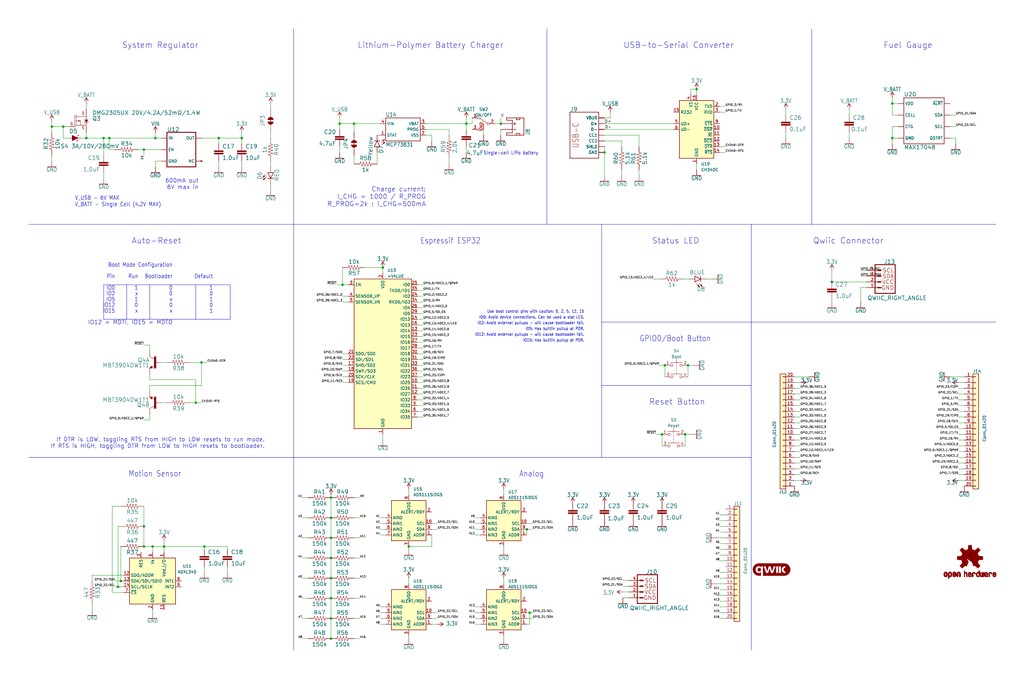
<source format=kicad_sch>
(kicad_sch (version 20230121) (generator eeschema)
  (paper "User" 451.815 299.39)
  (title_block (title "posture") (date "2023-02-28") (rev "0") (company "hasatio"))
  (lib_symbols
    (symbol "Analog_ADC:ADS1115IDGS"
      (property "Reference" "U" (at 2.54 13.97 0))
      (property "Value" "ADS1115IDGS" (at 7.62 11.43 0))
      (symbol "ADS1115IDGS_1_1"
        (pin input line (at 10.16 -5.08 180) (length 2.54) (name "ADDR") (number "1"))
        (pin input line (at 10.16 0 180) (length 2.54) (name "SCL") (number "10"))
        (pin output line (at 10.16 5.08 180) (length 2.54) (name "ALERT/RDY") (number "2"))
        (pin power_in line (at 0 -10.16 90) (length 2.54) (name "GND") (number "3"))
        (pin input line (at -10.16 2.54 0) (length 2.54) (name "AIN0") (number "4"))
        (pin input line (at -10.16 0 0) (length 2.54) (name "AIN1") (number "5"))
        (pin input line (at -10.16 -2.54 0) (length 2.54) (name "AIN2") (number "6"))
        (pin input line (at -10.16 -5.08 0) (length 2.54) (name "AIN3") (number "7"))
        (pin power_in line (at 0 12.7 270) (length 2.54) (name "VDD") (number "8"))
        (pin bidirectional line (at 10.16 -2.54 180) (length 2.54) (name "SDA") (number "9"))
      )
    )
    (symbol "Connector_Generic:Conn_01x20" (pin_names (offset 1.016) hide)
      (property "Reference" "J" (at 0 25.4 0))
      (property "Value" "Conn_01x20" (at 0 -27.94 0))
      (symbol "Conn_01x20_1_1"
        (pin passive line (at -5.08 22.86 0) (length 3.81) (name "Pin_1") (number "1"))
        (pin passive line (at -5.08 0 0) (length 3.81) (name "Pin_10") (number "10"))
        (pin passive line (at -5.08 -2.54 0) (length 3.81) (name "Pin_11") (number "11"))
        (pin passive line (at -5.08 -5.08 0) (length 3.81) (name "Pin_12") (number "12"))
        (pin passive line (at -5.08 -7.62 0) (length 3.81) (name "Pin_13") (number "13"))
        (pin passive line (at -5.08 -10.16 0) (length 3.81) (name "Pin_14") (number "14"))
        (pin passive line (at -5.08 -12.7 0) (length 3.81) (name "Pin_15") (number "15"))
        (pin passive line (at -5.08 -15.24 0) (length 3.81) (name "Pin_16") (number "16"))
        (pin passive line (at -5.08 -17.78 0) (length 3.81) (name "Pin_17") (number "17"))
        (pin passive line (at -5.08 -20.32 0) (length 3.81) (name "Pin_18") (number "18"))
        (pin passive line (at -5.08 -22.86 0) (length 3.81) (name "Pin_19") (number "19"))
        (pin passive line (at -5.08 20.32 0) (length 3.81) (name "Pin_2") (number "2"))
        (pin passive line (at -5.08 -25.4 0) (length 3.81) (name "Pin_20") (number "20"))
        (pin passive line (at -5.08 17.78 0) (length 3.81) (name "Pin_3") (number "3"))
        (pin passive line (at -5.08 15.24 0) (length 3.81) (name "Pin_4") (number "4"))
        (pin passive line (at -5.08 12.7 0) (length 3.81) (name "Pin_5") (number "5"))
        (pin passive line (at -5.08 10.16 0) (length 3.81) (name "Pin_6") (number "6"))
        (pin passive line (at -5.08 7.62 0) (length 3.81) (name "Pin_7") (number "7"))
        (pin passive line (at -5.08 5.08 0) (length 3.81) (name "Pin_8") (number "8"))
        (pin passive line (at -5.08 2.54 0) (length 3.81) (name "Pin_9") (number "9"))
      )
    )
    (symbol "Interface_USB:CH340C"
      (property "Reference" "U" (at -5.08 13.97 0))
      (property "Value" "CH340C" (at 1.27 13.97 0))
      (symbol "CH340C_1_1"
        (pin power_in line (at 0 -15.24 90) (length 2.54) (name "GND") (number "1"))
        (pin input line (at 10.16 0 180) (length 2.54) (name "~{DSR}") (number "10"))
        (pin input line (at 10.16 -2.54 180) (length 2.54) (name "~{RI}") (number "11"))
        (pin input line (at 10.16 -5.08 180) (length 2.54) (name "~{DCD}") (number "12"))
        (pin output line (at 10.16 -7.62 180) (length 2.54) (name "~{DTR}") (number "13"))
        (pin output line (at 10.16 -10.16 180) (length 2.54) (name "~{RTS}") (number "14"))
        (pin input line (at -10.16 7.62 0) (length 2.54) (name "R232") (number "15"))
        (pin power_in line (at 0 15.24 270) (length 2.54) (name "VCC") (number "16"))
        (pin output line (at 10.16 10.16 180) (length 2.54) (name "TXD") (number "2"))
        (pin input line (at 10.16 7.62 180) (length 2.54) (name "RXD") (number "3"))
        (pin passive line (at -2.54 15.24 270) (length 2.54) (name "V3") (number "4"))
        (pin bidirectional line (at -10.16 2.54 0) (length 2.54) (name "UD+") (number "5"))
        (pin bidirectional line (at -10.16 0 0) (length 2.54) (name "UD-") (number "6"))
        (pin no_connect line (at -7.62 -7.62 0) (length 2.54) hide (name "NC") (number "7"))
        (pin no_connect line (at -7.62 -10.16 0) (length 2.54) hide (name "NC") (number "8"))
        (pin input line (at 10.16 2.54 180) (length 2.54) (name "~{CTS}") (number "9"))
      )
    )
    (symbol "RF_Module:ESP32-WROOM-32"
      (property "Reference" "U" (at -12.7 34.29 0))
      (property "Value" "ESP32-WROOM-32" (at 1.27 34.29 0))
      (symbol "ESP32-WROOM-32_1_1"
        (pin power_in line (at 0 -35.56 90) (length 2.54) (name "GND") (number "1"))
        (pin bidirectional line (at 15.24 -12.7 180) (length 2.54) (name "IO25") (number "10"))
        (pin bidirectional line (at 15.24 -15.24 180) (length 2.54) (name "IO26") (number "11"))
        (pin bidirectional line (at 15.24 -17.78 180) (length 2.54) (name "IO27") (number "12"))
        (pin bidirectional line (at 15.24 10.16 180) (length 2.54) (name "IO14") (number "13"))
        (pin bidirectional line (at 15.24 15.24 180) (length 2.54) (name "IO12") (number "14"))
        (pin passive line (at 0 -35.56 90) (length 2.54) hide (name "GND") (number "15"))
        (pin bidirectional line (at 15.24 12.7 180) (length 2.54) (name "IO13") (number "16"))
        (pin bidirectional line (at -15.24 -5.08 0) (length 2.54) (name "SHD/SD2") (number "17"))
        (pin bidirectional line (at -15.24 -7.62 0) (length 2.54) (name "SWP/SD3") (number "18"))
        (pin bidirectional line (at -15.24 -12.7 0) (length 2.54) (name "SCS/CMD") (number "19"))
        (pin power_in line (at 0 35.56 270) (length 2.54) (name "VDD") (number "2"))
        (pin bidirectional line (at -15.24 -10.16 0) (length 2.54) (name "SCK/CLK") (number "20"))
        (pin bidirectional line (at -15.24 0 0) (length 2.54) (name "SDO/SD0") (number "21"))
        (pin bidirectional line (at -15.24 -2.54 0) (length 2.54) (name "SDI/SD1") (number "22"))
        (pin bidirectional line (at 15.24 7.62 180) (length 2.54) (name "IO15") (number "23"))
        (pin bidirectional line (at 15.24 25.4 180) (length 2.54) (name "IO2") (number "24"))
        (pin bidirectional line (at 15.24 30.48 180) (length 2.54) (name "IO0") (number "25"))
        (pin bidirectional line (at 15.24 20.32 180) (length 2.54) (name "IO4") (number "26"))
        (pin bidirectional line (at 15.24 5.08 180) (length 2.54) (name "IO16") (number "27"))
        (pin bidirectional line (at 15.24 2.54 180) (length 2.54) (name "IO17") (number "28"))
        (pin bidirectional line (at 15.24 17.78 180) (length 2.54) (name "IO5") (number "29"))
        (pin input line (at -15.24 30.48 0) (length 2.54) (name "EN") (number "3"))
        (pin bidirectional line (at 15.24 0 180) (length 2.54) (name "IO18") (number "30"))
        (pin bidirectional line (at 15.24 -2.54 180) (length 2.54) (name "IO19") (number "31"))
        (pin no_connect line (at -12.7 -27.94 0) (length 2.54) hide (name "NC") (number "32"))
        (pin bidirectional line (at 15.24 -5.08 180) (length 2.54) (name "IO21") (number "33"))
        (pin bidirectional line (at 15.24 22.86 180) (length 2.54) (name "RXD0/IO3") (number "34"))
        (pin bidirectional line (at 15.24 27.94 180) (length 2.54) (name "TXD0/IO1") (number "35"))
        (pin bidirectional line (at 15.24 -7.62 180) (length 2.54) (name "IO22") (number "36"))
        (pin bidirectional line (at 15.24 -10.16 180) (length 2.54) (name "IO23") (number "37"))
        (pin passive line (at 0 -35.56 90) (length 2.54) hide (name "GND") (number "38"))
        (pin passive line (at 0 -35.56 90) (length 2.54) hide (name "GND") (number "39"))
        (pin input line (at -15.24 25.4 0) (length 2.54) (name "SENSOR_VP") (number "4"))
        (pin input line (at -15.24 22.86 0) (length 2.54) (name "SENSOR_VN") (number "5"))
        (pin input line (at 15.24 -25.4 180) (length 2.54) (name "IO34") (number "6"))
        (pin input line (at 15.24 -27.94 180) (length 2.54) (name "IO35") (number "7"))
        (pin bidirectional line (at 15.24 -20.32 180) (length 2.54) (name "IO32") (number "8"))
        (pin bidirectional line (at 15.24 -22.86 180) (length 2.54) (name "IO33") (number "9"))
      )
    )
    (symbol "Sensor_Motion:ADXL343"
      (property "Reference" "U" (at -8.89 11.43 0))
      (property "Value" "ADXL343" (at -7.62 -11.43 0))
      (symbol "ADXL343_1_1"
        (pin power_in line (at 5.08 12.7 270) (length 2.54) (name "Vdd_I/O") (number "1"))
        (pin no_connect line (at -5.08 -10.16 90) (length 2.54) hide (name "NC") (number "10"))
        (pin passive line (at 5.08 -12.7 90) (length 2.54) (name "RES") (number "11"))
        (pin bidirectional line (at -12.7 2.54 0) (length 2.54) (name "SDO/ADDR") (number "12"))
        (pin bidirectional line (at -12.7 0 0) (length 2.54) (name "SDA/SDI/SDIO") (number "13"))
        (pin input line (at -12.7 -2.54 0) (length 2.54) (name "SCL/SCLK") (number "14"))
        (pin power_in line (at 0 -12.7 90) (length 2.54) (name "GND") (number "2"))
        (pin passive line (at -5.08 12.7 270) (length 2.54) (name "RES") (number "3"))
        (pin passive line (at 0 -12.7 90) (length 2.54) hide (name "GND") (number "4"))
        (pin passive line (at 0 -12.7 90) (length 2.54) hide (name "GND") (number "5"))
        (pin power_in line (at 0 12.7 270) (length 2.54) (name "Vs") (number "6"))
        (pin input line (at -12.7 -5.08 0) (length 2.54) (name "~{CS}") (number "7"))
        (pin output line (at 12.7 0 180) (length 2.54) (name "INT1") (number "8"))
        (pin output line (at 12.7 -2.54 180) (length 2.54) (name "INT2") (number "9"))
      )
    )
    (symbol "SparkFun ESP32 Thing Plus C-eagle-import:0.1UF-0402T-16V-10%"
      (property "Reference" "C" (at 1.524 2.921 0))
      (property "Value" "0.1UF-0402T-16V-10%" (at 1.524 -2.159 0))
      (symbol "0.1UF-0402T-16V-10%_1_0"
        (pin passive line (at 0 5.08 270) (length 2.54) (name "1") (number "1"))
        (pin passive line (at 0 -2.54 90) (length 2.54) (name "2") (number "2"))
      )
    )
    (symbol "SparkFun ESP32 Thing Plus C-eagle-import:0.1UF-0402T-6.3V-10%-X7R"
      (property "Reference" "C" (at 1.524 2.921 0))
      (property "Value" "0.1UF-0402T-6.3V-10%-X7R" (at 1.524 -2.159 0))
      (symbol "0.1UF-0402T-6.3V-10%-X7R_1_0"
        (pin passive line (at 0 5.08 270) (length 2.54) (name "1") (number "1"))
        (pin passive line (at 0 -2.54 90) (length 2.54) (name "2") (number "2"))
      )
    )
    (symbol "SparkFun ESP32 Thing Plus C-eagle-import:1.0UF-0402T-16V-10%"
      (property "Reference" "C" (at 1.524 2.921 0))
      (property "Value" "1.0UF-0402T-16V-10%" (at 1.524 -2.159 0))
      (symbol "1.0UF-0402T-16V-10%_1_0"
        (pin passive line (at 0 5.08 270) (length 2.54) (name "1") (number "1"))
        (pin passive line (at 0 -2.54 90) (length 2.54) (name "2") (number "2"))
      )
    )
    (symbol "SparkFun ESP32 Thing Plus C-eagle-import:10KOHM-0402T-1{slash}16W-1%"
      (property "Reference" "R" (at 0 1.524 0))
      (property "Value" "10KOHM-0402T-1{slash}16W-1%" (at 0 -1.524 0))
      (symbol "10KOHM-0402T-1{slash}16W-1%_1_0"
        (pin passive line (at -5.08 0 0) (length 2.54) (name "1") (number "1"))
        (pin passive line (at 5.08 0 180) (length 2.54) (name "2") (number "2"))
      )
    )
    (symbol "SparkFun ESP32 Thing Plus C-eagle-import:10UF-0402T-6.3V-20%"
      (property "Reference" "C" (at 1.524 2.921 0))
      (property "Value" "10UF-0402T-6.3V-20%" (at 1.524 -2.159 0))
      (symbol "10UF-0402T-6.3V-20%_1_0"
        (pin passive line (at 0 5.08 270) (length 2.54) (name "1") (number "1"))
        (pin passive line (at 0 -2.54 90) (length 2.54) (name "2") (number "2"))
      )
    )
    (symbol "SparkFun ESP32 Thing Plus C-eagle-import:1KOHM-0402T-1{slash}16W-1%"
      (property "Reference" "R" (at 0 1.524 0))
      (property "Value" "1KOHM-0402T-1{slash}16W-1%" (at 0 -1.524 0))
      (symbol "1KOHM-0402T-1{slash}16W-1%_1_0"
        (pin passive line (at -5.08 0 0) (length 2.54) (name "1") (number "1"))
        (pin passive line (at 5.08 0 180) (length 2.54) (name "2") (number "2"))
      )
    )
    (symbol "SparkFun ESP32 Thing Plus C-eagle-import:2.0KOHM-0603-1{slash}10W-5%"
      (property "Reference" "R" (at 0 1.524 0))
      (property "Value" "2.0KOHM-0603-1{slash}10W-5%" (at 0 -1.524 0))
      (symbol "2.0KOHM-0603-1{slash}10W-5%_1_0"
        (pin passive line (at -5.08 0 0) (length 2.54) (name "1") (number "1"))
        (pin passive line (at 5.08 0 180) (length 2.54) (name "2") (number "2"))
      )
    )
    (symbol "SparkFun ESP32 Thing Plus C-eagle-import:3.3V" (power)
      (property "Value" "3.3V" (at 0 2.794 0))
      (symbol "3.3V_1_0"
        (pin power_in line (at 0 0 90) (length 2.54) (name "3.3V") (number "1"))
      )
    )
    (symbol "SparkFun ESP32 Thing Plus C-eagle-import:4.7UF-0402_TIGHT-6.3V-20%-X5R"
      (property "Reference" "C" (at 1.524 2.921 0))
      (property "Value" "4.7UF-0402_TIGHT-6.3V-20%-X5R" (at 1.524 -2.159 0))
      (symbol "4.7UF-0402_TIGHT-6.3V-20%-X5R_1_0"
        (pin passive line (at 0 5.08 270) (length 2.54) (name "1") (number "1"))
        (pin passive line (at 0 -2.54 90) (length 2.54) (name "2") (number "2"))
      )
    )
    (symbol "SparkFun ESP32 Thing Plus C-eagle-import:4.7UF-0603-35V-(20%)"
      (property "Reference" "C" (at 1.524 2.921 0))
      (property "Value" "4.7UF-0603-35V-(20%)" (at 1.524 -2.159 0))
      (symbol "4.7UF-0603-35V-(20%)_1_0"
        (pin passive line (at 0 5.08 270) (length 2.54) (name "1") (number "1"))
        (pin passive line (at 0 -2.54 90) (length 2.54) (name "2") (number "2"))
      )
    )
    (symbol "SparkFun ESP32 Thing Plus C-eagle-import:5.1KOHM-0402T-1{slash}16W-1%"
      (property "Reference" "R" (at 0 1.524 0))
      (property "Value" "5.1KOHM-0402T-1{slash}16W-1%" (at 0 -1.524 0))
      (symbol "5.1KOHM-0402T-1{slash}16W-1%_1_0"
        (pin passive line (at -5.08 0 0) (length 2.54) (name "1") (number "1"))
        (pin passive line (at 5.08 0 180) (length 2.54) (name "2") (number "2"))
      )
    )
    (symbol "SparkFun ESP32 Thing Plus C-eagle-import:DIODE-SCHOTTKY-BAT60A"
      (property "Reference" "D" (at -2.54 2.032 0))
      (property "Value" "DIODE-SCHOTTKY-BAT60A" (at -2.54 -2.032 0))
      (symbol "DIODE-SCHOTTKY-BAT60A_1_0"
        (pin passive line (at -2.54 0 0) (length 0) (name "A") (number "A"))
        (pin passive line (at 2.54 0 180) (length 0) (name "C") (number "C"))
      )
    )
    (symbol "SparkFun ESP32 Thing Plus C-eagle-import:GND" (power)
      (property "Value" "GND" (at 0 -0.254 0))
      (symbol "GND_1_0"
        (pin power_in line (at 0 2.54 270) (length 2.54) (name "GND") (number "1"))
      )
    )
    (symbol "SparkFun ESP32 Thing Plus C-eagle-import:JST_2MM_MALE"
      (property "Reference" "J" (at -2.54 5.842 0))
      (symbol "JST_2MM_MALE_1_0"
        (pin bidirectional line (at 0 -5.08 90) (length 5.08) (name "-") (number "1"))
        (pin bidirectional line (at 2.54 -5.08 90) (length 5.08) (name "+") (number "2"))
        (pin bidirectional line (at -2.54 2.54 90) (length 0) (name "PAD1") (number "NC1"))
        (pin bidirectional line (at 5.08 2.54 90) (length 0) (name "PAD2") (number "NC2"))
      )
    )
    (symbol "SparkFun ESP32 Thing Plus C-eagle-import:JUMPER-SMT_2_NC_TRACE_SILK"
      (property "Reference" "JP" (at -2.54 2.54 0))
      (property "Value" "JUMPER-SMT_2_NC_TRACE_SILK" (at -2.54 -2.54 0))
      (symbol "JUMPER-SMT_2_NC_TRACE_SILK_1_0"
        (pin passive line (at -5.08 0 0) (length 2.54) (name "1") (number "1"))
        (pin passive line (at 5.08 0 180) (length 2.54) (name "2") (number "2"))
      )
    )
    (symbol "SparkFun ESP32 Thing Plus C-eagle-import:LED-BLUE0603"
      (property "Reference" "D" (at -3.429 -4.572 90))
      (property "Value" "LED-BLUE0603" (at 1.905 -4.572 90))
      (symbol "LED-BLUE0603_1_0"
        (pin passive line (at 0 2.54 270) (length 2.54) (name "A") (number "A"))
        (pin passive line (at 0 -5.08 90) (length 2.54) (name "C") (number "C"))
      )
    )
    (symbol "SparkFun ESP32 Thing Plus C-eagle-import:LED-RED0603"
      (property "Reference" "D" (at -3.429 -4.572 90))
      (property "Value" "LED-RED0603" (at 1.905 -4.572 90))
      (symbol "LED-RED0603_1_0"
        (pin passive line (at 0 2.54 270) (length 2.54) (name "A") (number "A"))
        (pin passive line (at 0 -5.08 90) (length 2.54) (name "C") (number "C"))
      )
    )
    (symbol "SparkFun ESP32 Thing Plus C-eagle-import:LED-YELLOW0603"
      (property "Reference" "D" (at -3.429 -4.572 90))
      (property "Value" "LED-YELLOW0603" (at 1.905 -4.572 90))
      (symbol "LED-YELLOW0603_1_0"
        (pin passive line (at 0 2.54 270) (length 2.54) (name "A") (number "A"))
        (pin passive line (at 0 -5.08 90) (length 2.54) (name "C") (number "C"))
      )
    )
    (symbol "SparkFun ESP32 Thing Plus C-eagle-import:MAX17048DFN8"
      (property "Reference" "U" (at -10.16 10.668 0))
      (property "Value" "MAX17048DFN8" (at -10.16 -12.7 0))
      (symbol "MAX17048DFN8_1_0"
        (pin input line (at -12.7 -2.54 0) (length 2.54) (name "CTG") (number "1"))
        (pin input line (at -12.7 2.54 0) (length 2.54) (name "CELL") (number "2"))
        (pin bidirectional line (at -12.7 7.62 0) (length 2.54) (name "VDD") (number "3"))
        (pin bidirectional line (at -12.7 -7.62 0) (length 2.54) (name "GND") (number "4"))
        (pin bidirectional line (at 10.16 7.62 180) (length 2.54) (name "~{ALRT}") (number "5"))
        (pin bidirectional line (at 10.16 -7.62 180) (length 2.54) (name "QSTRT") (number "6"))
        (pin output line (at 10.16 -2.54 180) (length 2.54) (name "SCL") (number "7"))
        (pin input line (at 10.16 2.54 180) (length 2.54) (name "SDA") (number "8"))
        (pin bidirectional line (at -12.7 -7.62 0) (length 2.54) (name "GND") (number "9"))
      )
    )
    (symbol "SparkFun ESP32 Thing Plus C-eagle-import:MCP73831"
      (property "Reference" "U" (at -7.62 5.588 0))
      (property "Value" "MCP73831" (at -7.62 -7.62 0))
      (symbol "MCP73831_1_0"
        (pin output line (at -10.16 -2.54 0) (length 2.54) (name "STAT") (number "1"))
        (pin power_in line (at 10.16 -2.54 180) (length 2.54) (name "VSS") (number "2"))
        (pin power_in line (at 10.16 2.54 180) (length 2.54) (name "VBAT") (number "3"))
        (pin power_in line (at -10.16 2.54 0) (length 2.54) (name "VIN") (number "4"))
        (pin input line (at 10.16 0 180) (length 2.54) (name "PROG") (number "5"))
      )
    )
    (symbol "SparkFun ESP32 Thing Plus C-eagle-import:MOSFET_PCH-DMG2305UX-7"
      (property "Reference" "Q" (at 5.08 0 0))
      (property "Value" "MOSFET_PCH-DMG2305UX-7" (at 5.08 -2.54 0))
      (symbol "MOSFET_PCH-DMG2305UX-7_1_0"
        (text "D" (at 0.508 2.54 0) (effects (font (size 1.27 1.0795)) (justify left bottom)))
        (text "G" (at -3.302 -0.508 0) (effects (font (size 1.27 1.0795)) (justify right top)))
        (text "S" (at 0.508 -3.81 0) (effects (font (size 1.27 1.0795)) (justify left bottom)))
        (pin bidirectional line (at -5.08 -2.54 0) (length 2.54) (name "G") (number "1"))
        (pin bidirectional line (at 2.54 -5.08 90) (length 2.54) (name "S") (number "2"))
        (pin bidirectional line (at 2.54 5.08 270) (length 2.54) (name "D") (number "3"))
      )
    )
    (symbol "SparkFun ESP32 Thing Plus C-eagle-import:OSHW-LOGOMINI")
    (symbol "SparkFun ESP32 Thing Plus C-eagle-import:QWIIC_CONNECTORJS-1MM"
      (property "Reference" "J" (at -5.08 7.874 0))
      (property "Value" "QWIIC_CONNECTORJS-1MM" (at -5.08 -5.334 0))
      (symbol "QWIIC_CONNECTORJS-1MM_1_0"
        (text "GND" (at -4.572 -2.54 0) (effects (font (size 1.778 1.778)) (justify left)))
        (text "SCL" (at -4.572 5.08 0) (effects (font (size 1.778 1.778)) (justify left)))
        (text "SDA" (at -4.572 2.54 0) (effects (font (size 1.778 1.778)) (justify left)))
        (text "VCC" (at -4.572 0 0) (effects (font (size 1.778 1.778)) (justify left)))
        (pin power_in line (at 7.62 -2.54 180) (length 5.08) (name "1") (number "1"))
        (pin power_in line (at 7.62 0 180) (length 5.08) (name "2") (number "2"))
        (pin passive line (at 7.62 2.54 180) (length 5.08) (name "3") (number "3"))
        (pin passive line (at 7.62 5.08 180) (length 5.08) (name "4") (number "4"))
      )
    )
    (symbol "SparkFun ESP32 Thing Plus C-eagle-import:QWIIC_LOGO_4MM")
    (symbol "SparkFun ESP32 Thing Plus C-eagle-import:TRANS_NPN_DUAL-MBT3904DW1T1"
      (property "Reference" "Q" (at 2.54 0 0))
      (property "Value" "TRANS_NPN_DUAL-MBT3904DW1T1" (at 2.54 -2.286 0))
      (symbol "TRANS_NPN_DUAL-MBT3904DW1T1_1_0"
        (pin passive line (at 2.54 5.08 270) (length 2.54) (name "C") (number "3"))
        (pin passive line (at 2.54 -5.08 90) (length 2.54) (name "E") (number "4"))
        (pin passive line (at -2.54 0 0) (length 2.54) (name "B") (number "5"))
      )
      (symbol "TRANS_NPN_DUAL-MBT3904DW1T1_2_0"
        (pin passive line (at 2.54 -5.08 90) (length 2.54) (name "E") (number "1"))
        (pin passive line (at -2.54 0 0) (length 2.54) (name "B") (number "2"))
        (pin passive line (at 2.54 5.08 270) (length 2.54) (name "C") (number "6"))
      )
    )
    (symbol "SparkFun ESP32 Thing Plus C-eagle-import:USB_C_2-LAYER_PADS"
      (property "Reference" "J" (at -2.54 10.414 0))
      (property "Value" "USB_C_2-LAYER_PADS" (at -2.54 -12.446 0))
      (symbol "USB_C_2-LAYER_PADS_1_0"
        (text "USB-C" (at 0 0 900) (effects (font (size 2.54 2.159))))
        (pin bidirectional line (at 12.7 0 180) (length 2.54) (name "CC1") (number "A5"))
        (pin bidirectional line (at 12.7 5.08 180) (length 2.54) (name "D+") (number "A6"))
        (pin bidirectional line (at 12.7 2.54 180) (length 2.54) (name "D-") (number "A7"))
        (pin bidirectional line (at 12.7 -2.54 180) (length 2.54) (name "CC2") (number "B5"))
        (pin bidirectional line (at 12.7 5.08 180) (length 2.54) (name "D+") (number "B6"))
        (pin bidirectional line (at 12.7 2.54 180) (length 2.54) (name "D-") (number "B7"))
        (pin bidirectional line (at 12.7 -7.62 180) (length 2.54) (name "GND") (number "GND"))
        (pin bidirectional line (at 12.7 -7.62 180) (length 2.54) (name "GND") (number "GND2"))
        (pin bidirectional line (at 12.7 -5.08 180) (length 2.54) (name "SHLD") (number "SHLD1"))
        (pin bidirectional line (at 12.7 -5.08 180) (length 2.54) (name "SHLD") (number "SHLD2"))
        (pin bidirectional line (at 12.7 -5.08 180) (length 2.54) (name "SHLD") (number "SHLD3"))
        (pin bidirectional line (at 12.7 -5.08 180) (length 2.54) (name "SHLD") (number "SHLD4"))
        (pin bidirectional line (at 12.7 7.62 180) (length 2.54) (name "VBUS") (number "VBUS1"))
        (pin bidirectional line (at 12.7 7.62 180) (length 2.54) (name "VBUS") (number "VBUS2"))
      )
    )
    (symbol "SparkFun ESP32 Thing Plus C-eagle-import:VIN" (power)
      (property "Value" "VIN" (at 0 2.794 0))
      (symbol "VIN_1_0"
        (pin power_in line (at 0 0 90) (length 2.54) (name "VIN") (number "1"))
      )
    )
    (symbol "SparkFun ESP32 Thing Plus C-eagle-import:V_BATT" (power)
      (property "Value" "V_BATT" (at 0 2.794 0))
      (symbol "V_BATT_1_0"
        (pin power_in line (at 0 0 90) (length 2.54) (name "V_BATT") (number "1"))
      )
    )
    (symbol "SparkFun ESP32 Thing Plus C-eagle-import:V_REG_AP2112K-3.3V"
      (property "Reference" "U" (at -7.62 7.874 0))
      (property "Value" "V_REG_AP2112K-3.3V" (at -7.62 -7.874 0))
      (symbol "V_REG_AP2112K-3.3V_1_0"
        (pin input line (at -10.16 5.08 0) (length 2.54) (name "IN") (number "1"))
        (pin input line (at -10.16 -5.08 0) (length 2.54) (name "GND") (number "2"))
        (pin input line (at -10.16 0 0) (length 2.54) (name "EN") (number "3"))
        (pin no_connect line (at 7.62 -5.08 180) (length 2.54) (name "NC") (number "4"))
        (pin passive line (at 7.62 5.08 180) (length 2.54) (name "OUT") (number "5"))
      )
    )
    (symbol "SparkFun ESP32 Thing Plus C-eagle-import:V_USB" (power)
      (property "Value" "V_USB" (at 0 2.794 0))
      (symbol "V_USB_1_0"
        (pin power_in line (at 0 0 90) (length 2.54) (name "V_USB") (number "1"))
      )
    )
    (symbol "Switch:SW_Push_Dual" (pin_names (offset 1.016) hide)
      (property "Reference" "SW" (at 1.27 2.54 0))
      (property "Value" "SW_Push_Dual" (at 0 -6.858 0))
      (symbol "SW_Push_Dual_0_1"
        (pin passive line (at -5.08 0 0) (length 2.54) (name "1") (number "1"))
        (pin passive line (at 5.08 0 180) (length 2.54) (name "2") (number "2"))
        (pin passive line (at -5.08 -5.08 0) (length 2.54) (name "3") (number "3"))
        (pin passive line (at 5.08 -5.08 180) (length 2.54) (name "4") (number "4"))
      )
    )
    (symbol "Switch:SW_SPDT" (pin_names (offset 0) hide)
      (property "Reference" "SW1" (at 0 6.35 0))
      (property "Value" "ON/OFF" (at 0 3.81 0))
      (symbol "SW_SPDT_1_0"
        (pin passive line (at 0 -2.54 90) (length 2.54) (name "GND") (number "GND"))
      )
      (symbol "SW_SPDT_1_1"
        (pin passive line (at 5.08 2.54 180) (length 2.54) (name "A") (number "1"))
        (pin passive line (at -5.08 0 0) (length 2.54) (name "B") (number "2"))
        (pin passive line (at 5.08 -2.54 180) (length 2.54) (name "C") (number "3"))
      )
    )
  )
  (junction (at 220.98 54.61))
  (junction (at 180.34 241.3))
  (junction (at 146.05 237.49))
  (junction (at 266.7 67.31))
  (junction (at 38.1 60.96))
  (junction (at 393.7 60.96))
  (junction (at 53.34 256.54))
  (junction (at 86.36 177.8))
  (junction (at 67.31 241.3))
  (junction (at 63.5 232.41))
  (junction (at 307.34 39.37))
  (junction (at 393.7 45.72))
  (junction (at 22.86 55.88))
  (junction (at 146.05 228.6))
  (junction (at 205.74 54.61))
  (junction (at 96.52 60.96))
  (junction (at 146.05 273.05))
  (junction (at 292.1 191.77))
  (junction (at 149.86 54.61))
  (junction (at 151.13 125.73))
  (junction (at 156.21 54.61))
  (junction (at 146.05 281.94))
  (junction (at 52.07 259.08))
  (junction (at 27.94 55.88))
  (junction (at 302.26 191.77))
  (junction (at 146.05 255.27))
  (junction (at 72.39 241.3))
  (junction (at 45.72 60.96))
  (junction (at 68.58 60.96))
  (junction (at 48.26 60.96))
  (junction (at 63.5 241.3))
  (junction (at 146.05 246.38))
  (junction (at 90.17 241.3))
  (junction (at 146.05 219.71))
  (junction (at 233.68 270.51))
  (junction (at 303.53 161.29))
  (junction (at 146.05 264.16))
  (junction (at 293.37 161.29))
  (junction (at 367.03 124.46))
  (junction (at 168.91 118.11))
  (junction (at 63.5 66.04))
  (junction (at 106.68 60.96))
  (junction (at 88.9 160.02))
  (junction (at 232.41 233.68))
  (wire (pts (xy 167.64 275.59) (xy 170.18 275.59)))
  (wire (pts (xy 151.13 125.73) (xy 148.59 125.73)))
  (wire (pts (xy 350.52 189.23) (xy 353.06 189.23)))
  (wire (pts (xy 396.24 55.88) (xy 393.7 55.88)))
  (wire (pts (xy 133.35 255.27) (xy 135.89 255.27)))
  (wire (pts (xy 180.34 242.57) (xy 180.34 241.3)))
  (wire (pts (xy 149.86 54.61) (xy 156.21 54.61)))
  (wire (pts (xy 317.5 265.43) (xy 320.04 265.43)))
  (wire (pts (xy 317.5 270.51) (xy 320.04 270.51)))
  (wire (pts (xy 158.75 219.71) (xy 156.21 219.71)))
  (wire (pts (xy 281.94 59.69) (xy 281.94 64.77)))
  (wire (pts (xy 307.34 72.39) (xy 307.34 74.93)))
  (wire (pts (xy 60.96 66.04) (xy 63.5 66.04)))
  (wire (pts (xy 187.96 57.15) (xy 198.12 57.15)))
  (wire (pts (xy 317.5 232.41) (xy 320.04 232.41)))
  (wire (pts (xy 193.04 275.59) (xy 190.5 275.59)))
  (wire (pts (xy 205.74 54.61) (xy 208.28 54.61)))
  (wire (pts (xy 187.96 59.69) (xy 190.5 59.69)))
  (wire (pts (xy 422.91 207.01) (xy 425.45 207.01)))
  (polyline (pts (xy 358.14 12.7) (xy 358.14 99.06)))
  (wire (pts (xy 45.72 60.96) (xy 48.26 60.96)))
  (wire (pts (xy 40.64 254) (xy 40.64 256.54)))
  (polyline (pts (xy 331.47 170.18) (xy 331.47 142.24)))
  (wire (pts (xy 73.66 177.8) (xy 71.12 177.8)))
  (wire (pts (xy 317.5 273.05) (xy 320.04 273.05)))
  (wire (pts (xy 146.05 218.44) (xy 146.05 219.71)))
  (wire (pts (xy 151.13 161.29) (xy 153.67 161.29)))
  (wire (pts (xy 52.07 232.41) (xy 52.07 259.08)))
  (wire (pts (xy 367.03 124.46) (xy 382.27 124.46)))
  (wire (pts (xy 317.5 247.65) (xy 320.04 247.65)))
  (wire (pts (xy 48.26 60.96) (xy 68.58 60.96)))
  (wire (pts (xy 22.86 58.42) (xy 22.86 55.88)))
  (wire (pts (xy 379.73 127) (xy 379.73 133.35)))
  (polyline (pts (xy 129.54 201.93) (xy 265.43 201.93)))
  (wire (pts (xy 133.35 273.05) (xy 135.89 273.05)))
  (wire (pts (xy 146.05 228.6) (xy 146.05 237.49)))
  (wire (pts (xy 186.69 140.97) (xy 184.15 140.97)))
  (wire (pts (xy 393.7 55.88) (xy 393.7 60.96)))
  (wire (pts (xy 186.69 128.27) (xy 184.15 128.27)))
  (wire (pts (xy 186.69 176.53) (xy 184.15 176.53)))
  (wire (pts (xy 209.55 231.14) (xy 212.09 231.14)))
  (wire (pts (xy 422.91 196.85) (xy 425.45 196.85)))
  (wire (pts (xy 346.71 48.26) (xy 346.71 50.8)))
  (wire (pts (xy 209.55 275.59) (xy 212.09 275.59)))
  (wire (pts (xy 193.04 270.51) (xy 190.5 270.51)))
  (wire (pts (xy 71.12 71.12) (xy 68.58 71.12)))
  (wire (pts (xy 266.7 62.23) (xy 274.32 62.23)))
  (wire (pts (xy 269.24 52.07) (xy 266.7 52.07)))
  (wire (pts (xy 292.1 191.77) (xy 289.56 191.77)))
  (wire (pts (xy 274.32 77.47) (xy 274.32 74.93)))
  (wire (pts (xy 180.34 255.27) (xy 180.34 257.81)))
  (wire (pts (xy 350.52 196.85) (xy 353.06 196.85)))
  (wire (pts (xy 54.61 254) (xy 40.64 254)))
  (polyline (pts (xy 101.6 125.73) (xy 101.6 140.97)))
  (wire (pts (xy 167.64 273.05) (xy 170.18 273.05)))
  (wire (pts (xy 90.17 241.3) (xy 90.17 242.57)))
  (wire (pts (xy 274.828 258.826) (xy 277.368 258.826)))
  (polyline (pts (xy 265.43 170.18) (xy 265.43 201.93)))
  (wire (pts (xy 149.86 54.61) (xy 149.86 52.07)))
  (wire (pts (xy 303.53 161.29) (xy 303.53 166.37)))
  (wire (pts (xy 106.68 60.96) (xy 106.68 63.5)))
  (wire (pts (xy 422.91 184.15) (xy 425.45 184.15)))
  (wire (pts (xy 151.13 130.81) (xy 153.67 130.81)))
  (wire (pts (xy 133.35 228.6) (xy 135.89 228.6)))
  (wire (pts (xy 158.75 264.16) (xy 156.21 264.16)))
  (wire (pts (xy 222.25 242.57) (xy 222.25 241.3)))
  (wire (pts (xy 146.05 264.16) (xy 146.05 273.05)))
  (wire (pts (xy 393.7 45.72) (xy 396.24 45.72)))
  (wire (pts (xy 151.13 133.35) (xy 153.67 133.35)))
  (wire (pts (xy 422.91 209.55) (xy 425.45 209.55)))
  (wire (pts (xy 63.5 241.3) (xy 67.31 241.3)))
  (wire (pts (xy 67.31 270.51) (xy 67.31 269.24)))
  (wire (pts (xy 186.69 143.51) (xy 184.15 143.51)))
  (polyline (pts (xy 265.43 99.06) (xy 331.47 99.06)))
  (polyline (pts (xy 86.36 125.73) (xy 101.6 125.73)))
  (wire (pts (xy 317.5 267.97) (xy 320.04 267.97)))
  (wire (pts (xy 186.69 179.07) (xy 184.15 179.07)))
  (wire (pts (xy 266.7 57.15) (xy 297.18 57.15)))
  (wire (pts (xy 66.04 152.4) (xy 63.5 152.4)))
  (wire (pts (xy 209.55 228.6) (xy 212.09 228.6)))
  (wire (pts (xy 38.1 45.72) (xy 38.1 48.26)))
  (wire (pts (xy 151.13 163.83) (xy 153.67 163.83)))
  (wire (pts (xy 106.68 73.66) (xy 106.68 71.12)))
  (wire (pts (xy 198.12 57.15) (xy 198.12 59.69)))
  (wire (pts (xy 220.98 57.15) (xy 220.98 59.69)))
  (wire (pts (xy 419.1 55.88) (xy 421.64 55.88)))
  (polyline (pts (xy 265.43 170.18) (xy 331.47 170.18)))
  (wire (pts (xy 158.75 273.05) (xy 156.21 273.05)))
  (polyline (pts (xy 331.47 201.93) (xy 331.47 170.18)))
  (wire (pts (xy 146.05 273.05) (xy 146.05 281.94)))
  (wire (pts (xy 90.17 241.3) (xy 72.39 241.3)))
  (polyline (pts (xy 331.47 287.02) (xy 331.47 201.93)))
  (wire (pts (xy 209.55 236.22) (xy 212.09 236.22)))
  (wire (pts (xy 186.69 181.61) (xy 184.15 181.61)))
  (wire (pts (xy 350.52 212.09) (xy 353.06 212.09)))
  (wire (pts (xy 168.91 118.11) (xy 168.91 120.65)))
  (wire (pts (xy 86.36 177.8) (xy 86.36 167.64)))
  (wire (pts (xy 350.52 207.01) (xy 353.06 207.01)))
  (wire (pts (xy 198.12 69.85) (xy 198.12 72.39)))
  (wire (pts (xy 73.66 160.02) (xy 71.12 160.02)))
  (wire (pts (xy 149.86 54.61) (xy 149.86 57.15)))
  (wire (pts (xy 167.64 233.68) (xy 170.18 233.68)))
  (wire (pts (xy 422.91 212.09) (xy 425.45 212.09)))
  (wire (pts (xy 396.24 60.96) (xy 393.7 60.96)))
  (wire (pts (xy 350.52 204.47) (xy 353.06 204.47)))
  (wire (pts (xy 209.55 270.51) (xy 212.09 270.51)))
  (polyline (pts (xy 331.47 142.24) (xy 331.47 142.24)))
  (wire (pts (xy 119.38 45.72) (xy 119.38 48.26)))
  (wire (pts (xy 382.27 119.38) (xy 379.73 119.38)))
  (wire (pts (xy 72.39 243.84) (xy 72.39 241.3)))
  (wire (pts (xy 186.69 163.83) (xy 184.15 163.83)))
  (wire (pts (xy 317.5 245.11) (xy 320.04 245.11)))
  (wire (pts (xy 220.98 52.07) (xy 220.98 54.61)))
  (wire (pts (xy 422.91 173.99) (xy 425.45 173.99)))
  (wire (pts (xy 232.41 275.59) (xy 233.68 275.59)))
  (wire (pts (xy 234.95 231.14) (xy 232.41 231.14)))
  (wire (pts (xy 317.5 46.99) (xy 320.04 46.99)))
  (wire (pts (xy 205.74 52.07) (xy 205.74 54.61)))
  (wire (pts (xy 72.39 238.76) (xy 72.39 241.3)))
  (wire (pts (xy 66.04 167.64) (xy 66.04 165.1)))
  (polyline (pts (xy 55.88 125.73) (xy 66.04 125.73)))
  (wire (pts (xy 186.69 151.13) (xy 184.15 151.13)))
  (wire (pts (xy 222.25 281.94) (xy 222.25 280.67)))
  (wire (pts (xy 186.69 173.99) (xy 184.15 173.99)))
  (wire (pts (xy 419.1 60.96) (xy 421.64 60.96)))
  (wire (pts (xy 422.91 181.61) (xy 425.45 181.61)))
  (wire (pts (xy 186.69 138.43) (xy 184.15 138.43)))
  (wire (pts (xy 88.9 160.02) (xy 91.44 160.02)))
  (wire (pts (xy 66.04 170.18) (xy 88.9 170.18)))
  (wire (pts (xy 151.13 168.91) (xy 153.67 168.91)))
  (wire (pts (xy 186.69 133.35) (xy 184.15 133.35)))
  (wire (pts (xy 133.35 246.38) (xy 135.89 246.38)))
  (wire (pts (xy 146.05 246.38) (xy 146.05 255.27)))
  (wire (pts (xy 88.9 170.18) (xy 88.9 160.02)))
  (wire (pts (xy 303.53 161.29) (xy 306.07 161.29)))
  (wire (pts (xy 209.55 273.05) (xy 212.09 273.05)))
  (wire (pts (xy 317.5 234.95) (xy 320.04 234.95)))
  (wire (pts (xy 317.5 252.73) (xy 320.04 252.73)))
  (wire (pts (xy 350.52 184.15) (xy 353.06 184.15)))
  (wire (pts (xy 167.64 228.6) (xy 170.18 228.6)))
  (wire (pts (xy 266.7 67.31) (xy 266.7 77.47)))
  (polyline (pts (xy 265.43 142.24) (xy 331.47 142.24)))
  (polyline (pts (xy 101.6 140.97) (xy 86.36 140.97)))
  (wire (pts (xy 35.56 60.96) (xy 38.1 60.96)))
  (wire (pts (xy 53.34 232.41) (xy 52.07 232.41)))
  (wire (pts (xy 68.58 60.96) (xy 68.58 58.42)))
  (wire (pts (xy 186.69 156.21) (xy 184.15 156.21)))
  (wire (pts (xy 393.7 45.72) (xy 393.7 43.18)))
  (wire (pts (xy 302.26 191.77) (xy 302.26 196.85)))
  (wire (pts (xy 382.27 121.92) (xy 379.73 121.92)))
  (wire (pts (xy 277.368 256.286) (xy 274.828 256.286)))
  (wire (pts (xy 158.75 281.94) (xy 156.21 281.94)))
  (wire (pts (xy 161.29 118.11) (xy 168.91 118.11)))
  (wire (pts (xy 422.91 194.31) (xy 425.45 194.31)))
  (wire (pts (xy 302.26 191.77) (xy 304.8 191.77)))
  (wire (pts (xy 53.34 256.54) (xy 54.61 256.54)))
  (wire (pts (xy 190.5 241.3) (xy 180.34 241.3)))
  (wire (pts (xy 234.95 270.51) (xy 233.68 270.51)))
  (wire (pts (xy 27.94 55.88) (xy 27.94 60.96)))
  (wire (pts (xy 158.75 228.6) (xy 156.21 228.6)))
  (wire (pts (xy 367.03 133.35) (xy 367.03 132.08)))
  (wire (pts (xy 234.95 233.68) (xy 232.41 233.68)))
  (wire (pts (xy 304.8 41.91) (xy 304.8 39.37)))
  (polyline (pts (xy 129.54 99.06) (xy 241.3 99.06)))
  (wire (pts (xy 274.828 261.366) (xy 277.368 261.366)))
  (wire (pts (xy 133.35 219.71) (xy 135.89 219.71)))
  (wire (pts (xy 307.34 39.37) (xy 304.8 39.37)))
  (wire (pts (xy 281.94 77.47) (xy 281.94 74.93)))
  (wire (pts (xy 419.1 166.37) (xy 425.45 166.37)))
  (wire (pts (xy 186.69 135.89) (xy 184.15 135.89)))
  (wire (pts (xy 45.72 60.96) (xy 45.72 68.58)))
  (wire (pts (xy 66.04 185.42) (xy 66.04 182.88)))
  (wire (pts (xy 167.64 267.97) (xy 170.18 267.97)))
  (wire (pts (xy 350.52 199.39) (xy 353.06 199.39)))
  (wire (pts (xy 100.33 242.57) (xy 100.33 241.3)))
  (wire (pts (xy 86.36 177.8) (xy 88.9 177.8)))
  (wire (pts (xy 346.71 58.42) (xy 346.71 60.96)))
  (polyline (pts (xy 129.54 12.7) (xy 129.54 99.06)))
  (wire (pts (xy 133.35 264.16) (xy 135.89 264.16)))
  (polyline (pts (xy 66.04 125.73) (xy 86.36 125.73)))
  (wire (pts (xy 320.04 67.31) (xy 317.5 67.31)))
  (wire (pts (xy 83.82 177.8) (xy 86.36 177.8)))
  (wire (pts (xy 86.36 167.64) (xy 66.04 167.64)))
  (polyline (pts (xy 265.43 170.18) (xy 265.43 142.24)))
  (wire (pts (xy 190.5 59.69) (xy 190.5 62.23)))
  (wire (pts (xy 422.91 201.93) (xy 425.45 201.93)))
  (polyline (pts (xy 129.54 99.06) (xy 129.54 287.02)))
  (wire (pts (xy 290.83 161.29) (xy 293.37 161.29)))
  (polyline (pts (xy 55.88 140.97) (xy 45.72 140.97)))
  (wire (pts (xy 119.38 83.82) (xy 119.38 81.28)))
  (polyline (pts (xy 66.04 125.73) (xy 66.04 140.97)))
  (wire (pts (xy 186.69 184.15) (xy 184.15 184.15)))
  (wire (pts (xy 168.91 194.31) (xy 168.91 191.77)))
  (wire (pts (xy 274.32 62.23) (xy 274.32 64.77)))
  (wire (pts (xy 49.53 223.52) (xy 49.53 261.62)))
  (wire (pts (xy 317.5 49.53) (xy 320.04 49.53)))
  (wire (pts (xy 350.52 176.53) (xy 353.06 176.53)))
  (wire (pts (xy 66.04 185.42) (xy 63.5 185.42)))
  (wire (pts (xy 208.28 52.07) (xy 208.28 54.61)))
  (wire (pts (xy 186.69 130.81) (xy 184.15 130.81)))
  (polyline (pts (xy 86.36 140.97) (xy 66.04 140.97)))
  (polyline (pts (xy 331.47 201.93) (xy 265.43 201.93)))
  (polyline (pts (xy 241.3 99.06) (xy 265.43 99.06)))
  (wire (pts (xy 186.69 146.05) (xy 184.15 146.05)))
  (wire (pts (xy 30.48 55.88) (xy 27.94 55.88)))
  (wire (pts (xy 151.13 158.75) (xy 153.67 158.75)))
  (wire (pts (xy 53.34 223.52) (xy 49.53 223.52)))
  (polyline (pts (xy 331.47 142.24) (xy 331.47 99.06)))
  (wire (pts (xy 350.52 171.45) (xy 353.06 171.45)))
  (wire (pts (xy 350.52 186.69) (xy 353.06 186.69)))
  (wire (pts (xy 153.67 125.73) (xy 151.13 125.73)))
  (wire (pts (xy 167.64 270.51) (xy 170.18 270.51)))
  (wire (pts (xy 156.21 54.61) (xy 167.64 54.61)))
  (wire (pts (xy 422.91 171.45) (xy 425.45 171.45)))
  (wire (pts (xy 49.53 261.62) (xy 54.61 261.62)))
  (wire (pts (xy 67.31 241.3) (xy 72.39 241.3)))
  (wire (pts (xy 350.52 179.07) (xy 353.06 179.07)))
  (polyline (pts (xy 331.47 142.24) (xy 439.42 142.24)))
  (wire (pts (xy 396.24 50.8) (xy 393.7 50.8)))
  (wire (pts (xy 292.1 191.77) (xy 292.1 196.85)))
  (wire (pts (xy 393.7 60.96) (xy 393.7 63.5)))
  (wire (pts (xy 317.5 242.57) (xy 320.04 242.57)))
  (polyline (pts (xy 241.3 12.7) (xy 241.3 99.06)))
  (wire (pts (xy 422.91 199.39) (xy 425.45 199.39)))
  (wire (pts (xy 316.23 257.81) (xy 320.04 257.81)))
  (wire (pts (xy 119.38 71.12) (xy 119.38 73.66)))
  (wire (pts (xy 266.7 54.61) (xy 297.18 54.61)))
  (wire (pts (xy 317.5 255.27) (xy 320.04 255.27)))
  (wire (pts (xy 48.26 66.04) (xy 48.26 60.96)))
  (wire (pts (xy 193.04 273.05) (xy 190.5 273.05)))
  (wire (pts (xy 382.27 127) (xy 379.73 127)))
  (wire (pts (xy 83.82 160.02) (xy 88.9 160.02)))
  (wire (pts (xy 419.1 50.8) (xy 421.64 50.8)))
  (wire (pts (xy 222.25 255.27) (xy 222.25 257.81)))
  (wire (pts (xy 317.5 229.87) (xy 320.04 229.87)))
  (wire (pts (xy 317.5 260.35) (xy 320.04 260.35)))
  (wire (pts (xy 374.65 58.42) (xy 374.65 60.96)))
  (wire (pts (xy 186.69 125.73) (xy 184.15 125.73)))
  (wire (pts (xy 186.69 153.67) (xy 184.15 153.67)))
  (wire (pts (xy 50.8 66.04) (xy 48.26 66.04)))
  (wire (pts (xy 422.91 176.53) (xy 425.45 176.53)))
  (wire (pts (xy 151.13 156.21) (xy 153.67 156.21)))
  (wire (pts (xy 50.8 256.54) (xy 53.34 256.54)))
  (wire (pts (xy 53.34 241.3) (xy 53.34 256.54)))
  (wire (pts (xy 288.29 123.19) (xy 291.338 123.19)))
  (wire (pts (xy 167.64 236.22) (xy 170.18 236.22)))
  (wire (pts (xy 222.25 215.9) (xy 222.25 218.44)))
  (wire (pts (xy 63.5 66.04) (xy 63.5 68.58)))
  (wire (pts (xy 350.52 166.37) (xy 356.87 166.37)))
  (wire (pts (xy 422.91 204.47) (xy 425.45 204.47)))
  (wire (pts (xy 421.64 60.96) (xy 421.64 63.5)))
  (wire (pts (xy 422.91 191.77) (xy 425.45 191.77)))
  (wire (pts (xy 314.198 123.19) (xy 311.658 123.19)))
  (wire (pts (xy 234.95 273.05) (xy 232.41 273.05)))
  (wire (pts (xy 149.86 67.31) (xy 149.86 64.77)))
  (wire (pts (xy 232.41 233.68) (xy 232.41 236.22)))
  (wire (pts (xy 158.75 255.27) (xy 156.21 255.27)))
  (wire (pts (xy 71.12 60.96) (xy 68.58 60.96)))
  (wire (pts (xy 38.1 58.42) (xy 38.1 60.96)))
  (wire (pts (xy 186.69 171.45) (xy 184.15 171.45)))
  (wire (pts (xy 266.7 59.69) (xy 281.94 59.69)))
  (wire (pts (xy 209.55 233.68) (xy 212.09 233.68)))
  (wire (pts (xy 350.52 168.91) (xy 353.06 168.91)))
  (wire (pts (xy 190.5 236.22) (xy 190.5 241.3)))
  (polyline (pts (xy 265.43 142.24) (xy 265.43 99.06)))
  (wire (pts (xy 269.24 52.07) (xy 269.24 49.53)))
  (wire (pts (xy 146.05 219.71) (xy 146.05 228.6)))
  (polyline (pts (xy 66.04 140.97) (xy 55.88 140.97)))
  (wire (pts (xy 27.94 55.88) (xy 22.86 55.88)))
  (wire (pts (xy 66.04 172.72) (xy 66.04 170.18)))
  (wire (pts (xy 186.69 161.29) (xy 184.15 161.29)))
  (wire (pts (xy 422.91 168.91) (xy 425.45 168.91)))
  (wire (pts (xy 52.07 259.08) (xy 54.61 259.08)))
  (wire (pts (xy 422.91 189.23) (xy 425.45 189.23)))
  (polyline (pts (xy 45.72 125.73) (xy 55.88 125.73)))
  (wire (pts (xy 304.038 123.19) (xy 301.498 123.19)))
  (wire (pts (xy 106.68 58.42) (xy 106.68 60.96)))
  (wire (pts (xy 205.74 67.31) (xy 205.74 64.77)))
  (polyline (pts (xy 45.72 140.97) (xy 45.72 125.73)))
  (wire (pts (xy 213.36 57.15) (xy 213.36 59.69)))
  (wire (pts (xy 316.23 237.49) (xy 320.04 237.49)))
  (wire (pts (xy 350.52 194.31) (xy 353.06 194.31)))
  (wire (pts (xy 100.33 252.73) (xy 100.33 250.19)))
  (wire (pts (xy 205.74 57.15) (xy 205.74 54.61)))
  (wire (pts (xy 193.04 231.14) (xy 190.5 231.14)))
  (wire (pts (xy 193.04 233.68) (xy 190.5 233.68)))
  (wire (pts (xy 146.05 255.27) (xy 146.05 264.16)))
  (wire (pts (xy 67.31 241.3) (xy 67.31 243.84)))
  (wire (pts (xy 166.37 59.69) (xy 167.64 59.69)))
  (wire (pts (xy 22.86 71.12) (xy 22.86 68.58)))
  (wire (pts (xy 88.9 60.96) (xy 96.52 60.96)))
  (wire (pts (xy 350.52 201.93) (xy 353.06 201.93)))
  (wire (pts (xy 166.37 67.31) (xy 166.37 72.39)))
  (wire (pts (xy 186.69 158.75) (xy 184.15 158.75)))
  (wire (pts (xy 350.52 181.61) (xy 353.06 181.61)))
  (wire (pts (xy 350.52 173.99) (xy 353.06 173.99)))
  (wire (pts (xy 180.34 215.9) (xy 180.34 218.44)))
  (wire (pts (xy 27.94 60.96) (xy 30.48 60.96)))
  (wire (pts (xy 90.17 252.73) (xy 90.17 250.19)))
  (wire (pts (xy 317.5 64.77) (xy 320.04 64.77)))
  (polyline (pts (xy 55.88 125.73) (xy 55.88 140.97)))
  (wire (pts (xy 133.35 237.49) (xy 135.89 237.49)))
  (wire (pts (xy 63.5 223.52) (xy 63.5 232.41)))
  (wire (pts (xy 167.64 231.14) (xy 170.18 231.14)))
  (wire (pts (xy 158.75 237.49) (xy 156.21 237.49)))
  (wire (pts (xy 350.52 191.77) (xy 353.06 191.77)))
  (wire (pts (xy 156.21 54.61) (xy 156.21 58.42)))
  (wire (pts (xy 66.04 154.94) (xy 66.04 152.4)))
  (polyline (pts (xy 12.7 201.93) (xy 129.54 201.93)))
  (wire (pts (xy 317.5 240.03) (xy 320.04 240.03)))
  (wire (pts (xy 316.23 262.89) (xy 320.04 262.89)))
  (wire (pts (xy 119.38 58.42) (xy 119.38 60.96)))
  (wire (pts (xy 63.5 66.04) (xy 71.12 66.04)))
  (wire (pts (xy 374.65 48.26) (xy 374.65 50.8)))
  (wire (pts (xy 350.52 209.55) (xy 353.06 209.55)))
  (wire (pts (xy 293.37 166.37) (xy 293.37 161.29)))
  (wire (pts (xy 146.05 237.49) (xy 146.05 246.38)))
  (wire (pts (xy 158.75 246.38) (xy 156.21 246.38)))
  (wire (pts (xy 209.55 267.97) (xy 212.09 267.97)))
  (wire (pts (xy 218.44 54.61) (xy 220.98 54.61)))
  (wire (pts (xy 40.64 269.24) (xy 40.64 266.7)))
  (wire (pts (xy 277.368 263.906) (xy 274.828 263.906)))
  (wire (pts (xy 151.13 166.37) (xy 153.67 166.37)))
  (wire (pts (xy 393.7 50.8) (xy 393.7 45.72)))
  (wire (pts (xy 68.58 71.12) (xy 68.58 73.66)))
  (wire (pts (xy 422.91 179.07) (xy 425.45 179.07)))
  (wire (pts (xy 180.34 281.94) (xy 180.34 280.67)))
  (wire (pts (xy 96.52 60.96) (xy 96.52 63.5)))
  (wire (pts (xy 317.5 227.33) (xy 320.04 227.33)))
  (wire (pts (xy 186.69 148.59) (xy 184.15 148.59)))
  (wire (pts (xy 205.74 54.61) (xy 187.96 54.61)))
  (wire (pts (xy 367.03 119.38) (xy 367.03 124.46)))
  (wire (pts (xy 45.72 76.2) (xy 45.72 78.74)))
  (wire (pts (xy 151.13 118.11) (xy 151.13 125.73)))
  (wire (pts (xy 186.69 166.37) (xy 184.15 166.37)))
  (wire (pts (xy 22.86 53.34) (xy 22.86 55.88)))
  (wire (pts (xy 50.8 259.08) (xy 52.07 259.08)))
  (polyline (pts (xy 12.7 99.06) (xy 129.54 99.06)))
  (wire (pts (xy 96.52 60.96) (xy 106.68 60.96)))
  (wire (pts (xy 186.69 168.91) (xy 184.15 168.91)))
  (wire (pts (xy 156.21 68.58) (xy 156.21 72.39)))
  (wire (pts (xy 133.35 281.94) (xy 135.89 281.94)))
  (polyline (pts (xy 86.36 125.73) (xy 86.36 140.97)))
  (wire (pts (xy 100.33 241.3) (xy 90.17 241.3)))
  (wire (pts (xy 233.68 270.51) (xy 232.41 270.51)))
  (wire (pts (xy 63.5 232.41) (xy 63.5 241.3)))
  (wire (pts (xy 96.52 73.66) (xy 96.52 71.12)))
  (polyline (pts (xy 358.14 99.06) (xy 439.42 99.06)))
  (polyline (pts (xy 331.47 99.06) (xy 358.14 99.06)))
  (wire (pts (xy 266.7 64.77) (xy 266.7 67.31)))
  (wire (pts (xy 38.1 60.96) (xy 45.72 60.96)))
  (wire (pts (xy 307.34 41.91) (xy 307.34 39.37)))
  (wire (pts (xy 233.68 275.59) (xy 233.68 270.51)))
  (wire (pts (xy 422.91 186.69) (xy 425.45 186.69)))
  (text "Status LED" (at 308.61 107.95 0) (effects (font (size 2.54 2.54)) (justify right bottom)))
  (text "Lithium-Polymer Battery Charger" (at 222.25 21.59 0) (effects (font (size 2.54 2.54)) (justify right bottom)))
  (text "Default" (at 93.98 123.19 0) (effects (font (size 1.778 1.5113)) (justify right bottom)))
  (text "IO2: Avoid external pullups - will cause bootloader fail." (at 257.81 143.51 0) (effects (font (size 1.27 1.0795)) (justify right bottom)))
  (text "1" (at 60.96 128.27 0) (effects (font (size 1.778 1.5113)) (justify right bottom)))
  (text "x" (at 60.96 130.81 0) (effects (font (size 1.778 1.5113)) (justify right bottom)))
  (text "System Regulator" (at 87.63 21.59 0) (effects (font (size 2.54 2.54)) (justify right bottom)))
  (text "x" (at 76.2 133.35 0) (effects (font (size 1.778 1.5113)) (justify right bottom)))
  (text "1" (at 93.98 128.27 0) (effects (font (size 1.778 1.5113)) (justify right bottom)))
  (text "Run" (at 60.96 123.19 0) (effects (font (size 1.778 1.5113)) (justify right bottom)))
  (text "Single-cell LiPo battery" (at 237.49 68.58 0) (effects (font (size 1.524 1.2954)) (justify right bottom)))
  (text "Pin" (at 50.8 123.19 0) (effects (font (size 1.778 1.5113)) (justify right bottom)))
  (text "Espressif ESP32" (at 212.09 107.95 0) (effects (font (size 2.54 2.159)) (justify right bottom)))
  (text "0" (at 93.98 135.89 0) (effects (font (size 1.778 1.5113)) (justify right bottom)))
  (text "IO2" (at 50.8 130.81 0) (effects (font (size 1.778 1.5113)) (justify right bottom)))
  (text "Qwiic Connector" (at 389.89 107.95 0) (effects (font (size 2.54 2.54)) (justify right bottom)))
  (text "If DTR is LOW, toggling RTS from HIGH to LOW resets to run mode.\nIf RTS is HIGH, toggling DTR from LOW to HIGH resets to bootloader." (at 116.84 198.12 0) (effects (font (size 1.778 1.778)) (justify right bottom)))
  (text "0" (at 60.96 135.89 0) (effects (font (size 1.778 1.5113)) (justify right bottom)))
  (text "IO12" (at 50.8 135.89 0) (effects (font (size 1.778 1.5113)) (justify right bottom)))
  (text "IO12 = MDTI, IO15 = MDTO" (at 76.2 143.51 0) (effects (font (size 1.778 1.778)) (justify right bottom)))
  (text "Use boot control pins with caution: 0, 2, 5, 12, 15" (at 257.81 138.43 0) (effects (font (size 1.27 1.0795)) (justify right bottom)))
  (text "IO15" (at 50.8 138.43 0) (effects (font (size 1.778 1.5113)) (justify right bottom)))
  (text "Auto-Reset" (at 80.01 107.95 0) (effects (font (size 2.54 2.54)) (justify right bottom)))
  (text "0" (at 93.98 130.81 0) (effects (font (size 1.778 1.5113)) (justify right bottom)))
  (text "1" (at 60.96 133.35 0) (effects (font (size 1.778 1.5113)) (justify right bottom)))
  (text "V_USB - 6V MAX\nV_BATT - Single Cell (4.2V MAX)" (at 33.02 91.44 0) (effects (font (size 1.778 1.5113)) (justify left bottom)))
  (text "IO5: Has builtin pullup at POR." (at 257.81 146.05 0) (effects (font (size 1.27 1.0795)) (justify right bottom)))
  (text "0" (at 76.2 130.81 0) (effects (font (size 1.778 1.5113)) (justify right bottom)))
  (text "600mA out\n6V max in" (at 87.63 83.82 0) (effects (font (size 1.778 1.778)) (justify right bottom)))
  (text "Reset Button" (at 311.15 179.07 0) (effects (font (size 2.54 2.54)) (justify right bottom)))
  (text "Bootloader" (at 76.2 123.19 0) (effects (font (size 1.778 1.5113)) (justify right bottom)))
  (text "x" (at 76.2 138.43 0) (effects (font (size 1.778 1.5113)) (justify right bottom)))
  (text "IO15: Has builtin pullup at POR." (at 257.81 151.13 0) (effects (font (size 1.27 1.0795)) (justify right bottom)))
  (text "0" (at 76.2 128.27 0) (effects (font (size 1.778 1.5113)) (justify right bottom)))
  (text "Charge current:\nI_CHG = 1000 / R_PROG\nR_PROG=2k : I_CHG=500mA" (at 187.96 91.44 0) (effects (font (size 2.032 2.032)) (justify right bottom)))
  (text "USB-to-Serial Converter" (at 323.85 21.59 0) (effects (font (size 2.54 2.54)) (justify right bottom)))
  (text "IO12: Avoid external pullups - will cause bootloader fail." (at 257.81 148.59 0) (effects (font (size 1.27 1.0795)) (justify right bottom)))
  (text "IO0" (at 50.8 128.27 0) (effects (font (size 1.778 1.5113)) (justify right bottom)))
  (text "Fuel Gauge" (at 411.48 21.59 0) (effects (font (size 2.54 2.54)) (justify right bottom)))
  (text "IO5" (at 50.8 133.35 0) (effects (font (size 1.778 1.5113)) (justify right bottom)))
  (text "1" (at 93.98 138.43 0) (effects (font (size 1.778 1.5113)) (justify right bottom)))
  (text "Motion Sensor" (at 80.01 210.82 0) (effects (font (size 2.54 2.159)) (justify right bottom)))
  (text "Analog\n" (at 240.03 210.82 0) (effects (font (size 2.54 2.159)) (justify right bottom)))
  (text "Boot Mode Configuration" (at 76.2 118.11 0) (effects (font (size 1.778 1.5113)) (justify right bottom)))
  (text "GPIO0/Boot Button" (at 313.69 151.13 0) (effects (font (size 2.54 2.159)) (justify right bottom)))
  (text "x" (at 60.96 138.43 0) (effects (font (size 1.778 1.5113)) (justify right bottom)))
  (text "IO0: Avoid device connections. Can be used a stat LED." (at 257.81 140.97 0) (effects (font (size 1.27 1.0795)) (justify right bottom)))
  (text "0" (at 76.2 135.89 0) (effects (font (size 1.778 1.5113)) (justify right bottom)))
  (text "1" (at 93.98 133.35 0) (effects (font (size 1.778 1.5113)) (justify right bottom)))
  (label "GPIO_4/ADC2_0" (at 186.69 135.89 0) (effects (font (size 0.889 0.889))))
  (label "GPIO_26/ADC2_9" (at 186.69 171.45 0) (effects (font (size 0.889 0.889))))
  (label "GPIO_13/ADC2_4/LED" (at 186.69 143.51 0) (effects (font (size 0.889 0.889))))
  (label "A5" (at 167.64 267.97 180) (effects (font (size 0.889 0.889))))
  (label "A16" (at 158.75 281.94 0) (effects (font (size 0.889 0.889))))
  (label "GPIO_15/ADC2_3" (at 186.69 148.59 0) (effects (font (size 0.889 0.889))))
  (label "GPIO_25/ADC2_8" (at 353.06 186.69 0) (effects (font (size 0.889 0.889))))
  (label "GPIO_0/ADC2_1/QPWR" (at 63.5 185.42 180) (effects (font (size 0.889 0.889))))
  (label "GPIO_13/ADC2_4/LED" (at 353.06 199.39 0) (effects (font (size 0.889 0.889))))
  (label "GPIO_1/TX" (at 422.91 176.53 180) (effects (font (size 0.889 0.889))))
  (label "GPIO_27/ADC2_7" (at 353.06 191.77 0) (effects (font (size 0.889 0.889))))
  (label "GPIO_11{slash}SCS" (at 151.13 168.91 180) (effects (font (size 0.889 0.889))))
  (label "A12" (at 209.55 236.22 180) (effects (font (size 0.889 0.889))))
  (label "~{RESET}" (at 289.56 191.77 180) (effects (font (size 0.889 0.889))))
  (label "A11" (at 209.55 233.68 180) (effects (font (size 0.889 0.889))))
  (label "GPIO_3/RX" (at 422.91 179.07 180) (effects (font (size 0.889 0.889))))
  (label "A1" (at 133.35 219.71 180) (effects (font (size 0.889 0.889))))
  (label "GPIO_35/ADC1_7" (at 353.06 179.07 0) (effects (font (size 0.889 0.889))))
  (label "GPIO_6{slash}SCK" (at 151.13 166.37 180) (effects (font (size 0.889 0.889))))
  (label "GPIO_9{slash}SHD" (at 353.06 201.93 0) (effects (font (size 0.889 0.889))))
  (label "CH340-DTR" (at 91.44 160.02 0) (effects (font (size 0.889 0.889))))
  (label "GPIO_21/SDA" (at 234.95 273.05 0) (effects (font (size 0.889 0.889))))
  (label "A10" (at 209.55 231.14 180) (effects (font (size 0.889 0.889))))
  (label "GPIO_14/ADC2_6" (at 353.06 194.31 0) (effects (font (size 0.889 0.889))))
  (label "A8" (at 317.5 247.65 180) (effects (font (size 0.889 0.889))))
  (label "GPIO_9{slash}SHD" (at 151.13 161.29 180) (effects (font (size 0.889 0.889))))
  (label "GPIO_21/SDA" (at 379.73 121.92 0) (effects (font (size 0.889 0.889))))
  (label "GPIO_22/SCL" (at 421.64 55.88 0) (effects (font (size 0.889 0.889))))
  (label "GPIO_1{slash}TX" (at 320.04 49.53 0) (effects (font (size 0.889 0.889))))
  (label "GPIO_19/CIPO" (at 186.69 158.75 0) (effects (font (size 0.889 0.889))))
  (label "GPIO_3{slash}RX" (at 320.04 46.99 0) (effects (font (size 0.889 0.889))))
  (label "A7" (at 167.64 273.05 180) (effects (font (size 0.889 0.889))))
  (label "A11" (at 158.75 237.49 0) (effects (font (size 0.889 0.889))))
  (label "D+" (at 266.7 54.61 0))
  (label "GPIO_2/ADC2_2" (at 186.69 130.81 0) (effects (font (size 0.889 0.889))))
  (label "GPIO_22/SCL" (at 193.04 270.51 0) (effects (font (size 0.889 0.889))))
  (label "A1" (at 317.5 227.33 180) (effects (font (size 0.889 0.889))))
  (label "GPIO_5/SD_CS" (at 186.69 138.43 0) (effects (font (size 0.889 0.889))))
  (label "A15" (at 158.75 273.05 0) (effects (font (size 0.889 0.889))))
  (label "GPIO_6{slash}SCK" (at 353.06 209.55 0) (effects (font (size 0.889 0.889))))
  (label "GPIO_16/RX" (at 186.69 151.13 0) (effects (font (size 0.889 0.889))))
  (label "A8" (at 167.64 275.59 180) (effects (font (size 0.889 0.889))))
  (label "GPIO_32/ADC1_4" (at 186.69 176.53 0) (effects (font (size 0.889 0.889))))
  (label "A2" (at 133.35 228.6 180) (effects (font (size 0.889 0.889))))
  (label "GPIO_16/RX" (at 422.91 194.31 180) (effects (font (size 0.889 0.889))))
  (label "A3" (at 317.5 232.41 180) (effects (font (size 0.889 0.889))))
  (label "A9" (at 209.55 228.6 180) (effects (font (size 0.889 0.889))))
  (label "A13" (at 209.55 267.97 180) (effects (font (size 0.889 0.889))))
  (label "GPIO_22/SCL" (at 274.828 256.286 180) (effects (font (size 0.889 0.889))))
  (label "GPIO_25/ADC2_8" (at 186.69 168.91 0) (effects (font (size 0.889 0.889))))
  (label "A6" (at 317.5 242.57 180) (effects (font (size 0.889 0.889))))
  (label "A2" (at 167.64 231.14 180) (effects (font (size 0.889 0.889))))
  (label "GPIO_3/RX" (at 186.69 133.35 0) (effects (font (size 0.889 0.889))))
  (label "CH340-RTS" (at 320.04 67.31 0) (effects (font (size 0.889 0.889))))
  (label "GPIO_22/SCL" (at 379.73 119.38 0) (effects (font (size 0.889 0.889))))
  (label "A14" (at 158.75 264.16 0) (effects (font (size 0.889 0.889))))
  (label "GPIO_36/ADC1_0" (at 353.06 171.45 0) (effects (font (size 0.889 0.889))))
  (label "GPIO_23/COPI" (at 422.91 171.45 180) (effects (font (size 0.889 0.889))))
  (label "A15" (at 317.5 270.51 180) (effects (font (size 0.889 0.889))))
  (label "GPIO_39/ADC1_3" (at 353.06 173.99 0) (effects (font (size 0.889 0.889))))
  (label "A7" (at 133.35 273.05 180) (effects (font (size 0.889 0.889))))
  (label "GPIO_33/ADC1_5" (at 353.06 184.15 0) (effects (font (size 0.889 0.889))))
  (label "GPIO_1/TX" (at 186.69 128.27 0) (effects (font (size 0.889 0.889))))
  (label "GPIO_17/TX" (at 186.69 153.67 0) (effects (font (size 0.889 0.889))))
  (label "GPIO_21/SDA" (at 421.64 50.8 0) (effects (font (size 0.889 0.889))))
  (label "A8" (at 133.35 281.94 180) (effects (font (size 0.889 0.889))))
  (label "GPIO_0/ADC2_1/QPWR" (at 422.91 199.39 180) (effects (font (size 0.889 0.889))))
  (label "A3" (at 167.64 233.68 180) (effects (font (size 0.889 0.889))))
  (label "GPIO_19/CIPO" (at 422.91 184.15 180) (effects (font (size 0.889 0.889))))
  (label "GPIO_8{slash}SDI" (at 151.13 158.75 180) (effects (font (size 0.889 0.889))))
  (label "GPIO_14/ADC2_6" (at 186.69 146.05 0) (effects (font (size 0.889 0.889))))
  (label "~{RESET}" (at 148.59 125.73 180) (effects (font (size 0.889 0.889))))
  (label "A10" (at 317.5 255.27 180) (effects (font (size 0.889 0.889))))
  (label "GPIO_32/ADC1_4" (at 353.06 181.61 0) (effects (font (size 0.889 0.889))))
  (label "GPIO_15/ADC2_3" (at 422.91 204.47 180) (effects (font (size 0.889 0.889))))
  (label "A10" (at 158.75 228.6 0) (effects (font (size 0.889 0.889))))
  (label "GPIO_39/ADC1_3" (at 151.13 133.35 180) (effects (font (size 0.889 0.889))))
  (label "GPIO_0/ADC2_1/QPWR" (at 290.83 161.29 180) (effects (font (size 0.889 0.889))))
  (label "GPIO_21/SDA" (at 50.8 256.54 180) (effects (font (size 0.889 0.889))))
  (label "GPIO_36/ADC1_0" (at 151.13 130.81 180) (effects (font (size 0.889 0.889))))
  (label "V" (at 220.98 52.07 0))
  (label "CH340-RTS" (at 88.9 177.8 0) (effects (font (size 0.889 0.889))))
  (label "CH340-DTR" (at 320.04 64.77 0) (effects (font (size 0.889 0.889))))
  (label "GPIO_8{slash}SDI" (at 422.91 207.01 180) (effects (font (size 0.889 0.889))))
  (label "GPIO_33/ADC1_5" (at 186.69 179.07 0) (effects (font (size 0.889 0.889))))
  (label "GPIO_21/SDA" (at 193.04 273.05 0) (effects (font (size 0.889 0.889))))
  (label "A16" (at 317.5 273.05 180) (effects (font (size 0.889 0.889))))
  (label "A11" (at 317.5 260.35 180) (effects (font (size 0.889 0.889))))
  (label "GPIO_17/TX" (at 422.91 191.77 180) (effects (font (size 0.889 0.889))))
  (label "A4" (at 317.5 234.95 180) (effects (font (size 0.889 0.889))))
  (label "D-" (at 266.8428 57.15 0))
  (label "A4" (at 167.64 236.22 180) (effects (font (size 0.889 0.889))))
  (label "GPIO_11{slash}SCS" (at 353.06 207.01 0) (effects (font (size 0.889 0.889))))
  (label "A13" (at 158.75 255.27 0) (effects (font (size 0.889 0.889))))
  (label "A15" (at 209.55 273.05 180) (effects (font (size 0.889 0.889))))
  (label "GPIO_21/SDA" (at 234.95 233.68 0) (effects (font (size 0.889 0.889))))
  (label "A4" (at 133.35 246.38 180) (effects (font (size 0.889 0.889))))
  (label "GPIO_34/ADC1_6" (at 353.06 176.53 0) (effects (font (size 0.889 0.889))))
  (label "A6" (at 167.64 270.51 180) (effects (font (size 0.889 0.889))))
  (label "A5" (at 317.5 240.03 180) (effects (font (size 0.889 0.889))))
  (label "GPIO_22/SCL" (at 234.95 231.14 0) (effects (font (size 0.889 0.889))))
  (label "GPIO_13/ADC2_4/LED" (at 288.29 123.19 180) (effects (font (size 0.889 0.889))))
  (label "GPIO_21/SDA" (at 274.828 258.826 180) (effects (font (size 0.889 0.889))))
  (label "A2" (at 317.5 229.87 180) (effects (font (size 0.889 0.889))))
  (label "GPIO_10{slash}SWP" (at 151.13 163.83 180) (effects (font (size 0.889 0.889))))
  (label "A9" (at 158.75 219.71 0) (effects (font (size 0.889 0.889))))
  (label "~{RESET}" (at 63.5 152.4 180) (effects (font (size 0.889 0.889))))
  (label "GPIO_12/ADC2_5" (at 186.69 140.97 0) (effects (font (size 0.889 0.889))))
  (label "GPIO_34/ADC1_6" (at 186.69 181.61 0) (effects (font (size 0.889 0.889))))
  (label "GPIO_21/SDA" (at 186.69 161.29 0) (effects (font (size 0.889 0.889))))
  (label "A9" (at 317.5 252.73 180) (effects (font (size 0.889 0.889))))
  (label "GPIO_10{slash}SWP" (at 353.06 204.47 0) (effects (font (size 0.889 0.889))))
  (label "GPIO_0/ADC2_1/QPWR" (at 186.69 125.73 0) (effects (font (size 0.889 0.889))))
  (label "A13" (at 317.5 265.43 180) (effects (font (size 0.889 0.889))))
  (label "A3" (at 133.35 237.49 180) (effects (font (size 0.889 0.889))))
  (label "GPIO_21/SDA" (at 422.91 181.61 180) (effects (font (size 0.889 0.889))))
  (label "GPIO_18/SCK" (at 422.91 186.69 180) (effects (font (size 0.889 0.889))))
  (label "A6" (at 133.35 264.16 180) (effects (font (size 0.889 0.889))))
  (label "GPIO_22/SCL" (at 422.91 173.99 180) (effects (font (size 0.889 0.889))))
  (label "GPIO_12/ADC2_5" (at 353.06 196.85 0) (effects (font (size 0.889 0.889))))
  (label "GPIO_7{slash}SDO" (at 422.91 209.55 180) (effects (font (size 0.889 0.889))))
  (label "GPIO_27/ADC2_7" (at 186.69 173.99 0) (effects (font (size 0.889 0.889))))
  (label "GPIO_22/SCL" (at 186.69 163.83 0) (effects (font (size 0.889 0.889))))
  (label "GPIO_7{slash}SDO" (at 151.13 156.21 180) (effects (font (size 0.889 0.889))))
  (label "GPIO_5/SD_CS" (at 422.91 189.23 180) (effects (font (size 0.889 0.889))))
  (label "GPIO_22/SCL" (at 234.95 270.51 0) (effects (font (size 0.889 0.889))))
  (label "GPIO_23/COPI" (at 186.69 166.37 0) (effects (font (size 0.889 0.889))))
  (label "GPIO_18/SCK" (at 186.69 156.21 0) (effects (font (size 0.889 0.889))))
  (label "A7" (at 317.5 245.11 180) (effects (font (size 0.889 0.889))))
  (label "GPIO_22/SCL" (at 50.8 259.08 180) (effects (font (size 0.889 0.889))))
  (label "A16" (at 209.55 275.59 180) (effects (font (size 0.889 0.889))))
  (label "A14" (at 317.5 267.97 180) (effects (font (size 0.889 0.889))))
  (label "A14" (at 209.55 270.51 180) (effects (font (size 0.889 0.889))))
  (label "A5" (at 133.35 255.27 180) (effects (font (size 0.889 0.889))))
  (label "A12" (at 317.5 262.89 180) (effects (font (size 0.889 0.889))))
  (label "GPIO_4/ADC2_0" (at 422.91 196.85 180) (effects (font (size 0.889 0.889))))
  (label "A12" (at 158.75 246.38 0) (effects (font (size 0.889 0.889))))
  (label "EN" (at 63.5 68.58 270) (effects (font (size 0.889 0.889))))
  (label "A1" (at 167.64 228.6 180) (effects (font (size 0.889 0.889))))
  (label "GPIO_22/SCL" (at 193.04 231.14 0) (effects (font (size 0.889 0.889))))
  (label "GPIO_35/ADC1_7" (at 186.69 184.15 0) (effects (font (size 0.889 0.889))))
  (label "GPIO_21/SDA" (at 193.04 233.68 0) (effects (font (size 0.889 0.889))))
  (label "GPIO_2/ADC2_2" (at 422.91 201.93 180) (effects (font (size 0.889 0.889))))
  (label "GPIO_26/ADC2_9" (at 353.06 189.23 0) (effects (font (size 0.889 0.889))))
  (symbol (lib_id "SparkFun ESP32 Thing Plus C-eagle-import:V_BATT") (at 393.7 43.18 0) (mirror y) (unit 1)
    (property "Reference" "#SUPPLY058" (effects hide))
    (property "Value" "V_BATT" (at 393.7 40.386 0) (effects (font (size 1.778 1.5113)) (justify bottom)))
    (property "Footprint" "SparkFun ESP32 Thing Plus C:" (effects hide))
  )
  (symbol (lib_id "SparkFun ESP32 Thing Plus C-eagle-import:10KOHM-0402T-1{slash}16W-1%") (at 151.13 219.71 0) (unit 1)
    (property "Reference" "R49" (at 151.13 218.186 0) (effects (font (size 1.778 1.778)) (justify bottom)))
    (property "Value" "150k" (at 151.13 221.234 0) (effects (font (size 1.778 1.778)) (justify top)))
    (property "Footprint" "SparkFun ESP32 Thing Plus C:0402-TIGHT" (effects hide))
  )
  (symbol (lib_id "SparkFun ESP32 Thing Plus C-eagle-import:MOSFET_PCH-DMG2305UX-7") (at 35.56 53.34 0) (unit 1)
    (property "Reference" "Q3" (at 40.64 53.34 0) (effects (font (size 1.778 1.778)) (justify left bottom)))
    (property "Value" "DMG2305UX 20V/4.2A/52mΩ/1.4W" (at 40.64 50.8 0) (effects (font (size 1.778 1.778)) (justify left bottom)))
    (property "Footprint" "SparkFun ESP32 Thing Plus C:SOT23-3" (effects hide))
  )
  (symbol (lib_id "SparkFun ESP32 Thing Plus C-eagle-import:GND") (at 213.36 62.23 0) (unit 1)
    (property "Reference" "#GND063" (effects hide))
    (property "Value" "GND" (at 213.36 62.484 0) (effects (font (size 1.778 1.5113)) (justify top)))
    (property "Footprint" "SparkFun ESP32 Thing Plus C:" (effects hide))
  )
  (symbol (lib_id "Interface_USB:CH340C") (at 307.34 57.15 0) (unit 1)
    (property "Reference" "U19" (at 309.2959 72.39 0) (effects (justify left)))
    (property "Value" "CH340C" (at 309.2959 74.93 0) (effects (justify left)))
    (property "Footprint" "PCM_Package_SO_AKL:SOIC-16_3.9x9.9mm_P1.27mm" (effects hide))
    (property "Datasheet" "https://datasheet.lcsc.com/szlcsc/Jiangsu-Qin-Heng-CH340C_C84681.pdf" (effects hide))
  )
  (symbol (lib_id "SparkFun ESP32 Thing Plus C-eagle-import:TRANS_NPN_DUAL-MBT3904DW1T1") (at 68.58 160.02 0) (mirror y) (unit 1)
    (property "Reference" "Q4" (at 66.04 160.02 0) (effects (font (size 1.778 1.778)) (justify left bottom)))
    (property "Value" "MBT3904DW1T1" (at 66.04 162.306 0) (effects (font (size 1.778 1.778)) (justify left bottom)))
    (property "Footprint" "SparkFun ESP32 Thing Plus C:SC70-6" (effects hide))
  )
  (symbol (lib_id "SparkFun ESP32 Thing Plus C-eagle-import:GND") (at 180.34 245.11 0) (unit 1)
    (property "Reference" "#GND058" (effects hide))
    (property "Value" "GND" (at 180.34 245.364 0) (effects (font (size 1.778 1.5113)) (justify top)))
    (property "Footprint" "SparkFun ESP32 Thing Plus C:" (effects hide))
  )
  (symbol (lib_id "SparkFun ESP32 Thing Plus C-eagle-import:GND") (at 205.74 69.85 0) (unit 1)
    (property "Reference" "#GND062" (effects hide))
    (property "Value" "GND" (at 205.74 70.104 0) (effects (font (size 1.778 1.5113)) (justify top)))
    (property "Footprint" "SparkFun ESP32 Thing Plus C:" (effects hide))
  )
  (symbol (lib_id "SparkFun ESP32 Thing Plus C-eagle-import:V_REG_AP2112K-3.3V") (at 81.28 66.04 0) (unit 1)
    (property "Reference" "U12" (at 73.66 58.166 0) (effects (font (size 1.778 1.778)) (justify left bottom)))
    (property "Value" "AP2112K-3.3" (at 73.66 76.2 0) (effects (font (size 1.778 1.778)) (justify left bottom)))
    (property "Footprint" "SparkFun ESP32 Thing Plus C:SOT23-5" (effects hide))
  )
  (symbol (lib_id "Switch:SW_SPDT") (at 213.36 54.61 0) (mirror y) (unit 1)
    (property "Reference" "SW2" (at 213.36 48.26 0))
    (property "Value" "ON/OFF" (at 213.36 50.8 0))
    (property "Footprint" "Button_Switch_SMD:SW_SPDT_k3-1295" (effects hide))
  )
  (symbol (lib_id "Switch:SW_Push_Dual") (at 298.45 161.29 0) (unit 1)
    (property "Reference" "S4" (at 298.45 154.94 0))
    (property "Value" "Boot" (at 298.45 157.48 0))
    (property "Footprint" "Switches:TACTILE_SWITCH_SMD_2.8X1.9MM" (effects hide))
  )
  (symbol (lib_id "SparkFun ESP32 Thing Plus C-eagle-import:3.3V") (at 168.91 118.11 0) (unit 1)
    (property "Reference" "#SUPPLY039" (effects hide))
    (property "Value" "3.3V" (at 168.91 115.316 0) (effects (font (size 1.778 1.5113)) (justify bottom)))
    (property "Footprint" "SparkFun ESP32 Thing Plus C:" (effects hide))
  )
  (symbol (lib_id "SparkFun ESP32 Thing Plus C-eagle-import:GND") (at 222.25 245.11 0) (unit 1)
    (property "Reference" "#GND065" (effects hide))
    (property "Value" "GND" (at 222.25 245.364 0) (effects (font (size 1.778 1.5113)) (justify top)))
    (property "Footprint" "SparkFun ESP32 Thing Plus C:" (effects hide))
  )
  (symbol (lib_id "SparkFun ESP32 Thing Plus C-eagle-import:JUMPER-SMT_2_NC_TRACE_SILK") (at 156.21 63.5 90) (unit 1)
    (property "Reference" "JP4" (at 153.67 66.04 0) (effects (font (size 1.778 1.778)) (justify left bottom)))
    (property "Value" "JUMPER-SMT_2_NC_TRACE_SILK" (effects hide))
    (property "Footprint" "SparkFun ESP32 Thing Plus C:SMT-JUMPER_2_NC_TRACE_SILK" (effects hide))
  )
  (symbol (lib_id "SparkFun ESP32 Thing Plus C-eagle-import:JUMPER-SMT_2_NC_TRACE_SILK") (at 119.38 53.34 90) (unit 1)
    (property "Reference" "JP3" (at 116.84 55.88 0) (effects (font (size 1.778 1.778)) (justify left bottom)))
    (property "Value" "JUMPER-SMT_2_NC_TRACE_SILK" (effects hide))
    (property "Footprint" "SparkFun ESP32 Thing Plus C:SMT-JUMPER_2_NC_TRACE_SILK" (effects hide))
  )
  (symbol (lib_id "SparkFun ESP32 Thing Plus C-eagle-import:GND") (at 274.32 80.01 0) (unit 1)
    (property "Reference" "#GND070" (effects hide))
    (property "Value" "GND" (at 274.32 80.264 0) (effects (font (size 1.778 1.5113)) (justify top)))
    (property "Footprint" "SparkFun ESP32 Thing Plus C:" (effects hide))
  )
  (symbol (lib_id "Connector_Generic:Conn_01x20") (at 345.44 191.77 180) (unit 1)
    (property "Reference" "J12" (at 345.44 217.17 0))
    (property "Value" "Conn_01x20" (at 341.63 191.77 90))
    (property "Footprint" "Connector_FFC-FPC:Molex_200528-0200_1x20-1MP_P1.00mm_Horizontal" (effects hide))
  )
  (symbol (lib_id "SparkFun ESP32 Thing Plus C-eagle-import:V_BATT") (at 374.65 48.26 0) (mirror y) (unit 1)
    (property "Reference" "#SUPPLY057" (effects hide))
    (property "Value" "V_BATT" (at 374.65 45.466 0) (effects (font (size 1.778 1.5113)) (justify bottom)))
    (property "Footprint" "SparkFun ESP32 Thing Plus C:" (effects hide))
  )
  (symbol (lib_id "SparkFun ESP32 Thing Plus C-eagle-import:GND") (at 266.7 232.41 0) (unit 1)
    (property "Reference" "#GND069" (effects hide))
    (property "Value" "GND" (at 266.7 232.664 0) (effects (font (size 1.778 1.5113)) (justify top)))
    (property "Footprint" "SparkFun ESP32 Thing Plus C:" (effects hide))
  )
  (symbol (lib_id "SparkFun ESP32 Thing Plus C-eagle-import:3.3V") (at 106.68 58.42 0) (unit 1)
    (property "Reference" "#SUPPLY035" (effects hide))
    (property "Value" "3.3V" (at 106.68 55.626 0) (effects (font (size 1.778 1.5113)) (justify bottom)))
    (property "Footprint" "SparkFun ESP32 Thing Plus C:" (effects hide))
  )
  (symbol (lib_id "SparkFun ESP32 Thing Plus C-eagle-import:1.0UF-0402T-16V-10%") (at 90.17 247.65 0) (unit 1)
    (property "Reference" "C16" (at 91.694 244.729 0) (effects (font (size 1.778 1.778)) (justify left bottom)))
    (property "Value" "1.0uF" (at 91.694 249.809 0) (effects (font (size 1.778 1.778)) (justify left bottom)))
    (property "Footprint" "SparkFun ESP32 Thing Plus C:0402-TIGHT" (effects hide))
  )
  (symbol (lib_id "SparkFun ESP32 Thing Plus C-eagle-import:GND") (at 379.73 135.89 0) (mirror y) (unit 1)
    (property "Reference" "#GND086" (effects hide))
    (property "Value" "GND" (at 379.73 136.144 0) (effects (font (size 1.778 1.5113)) (justify top)))
    (property "Footprint" "SparkFun ESP32 Thing Plus C:" (effects hide))
  )
  (symbol (lib_id "SparkFun ESP32 Thing Plus C-eagle-import:10KOHM-0402T-1{slash}16W-1%") (at 78.74 177.8 180) (unit 1)
    (property "Reference" "R39" (at 78.74 179.324 0) (effects (font (size 1.778 1.778)) (justify bottom)))
    (property "Value" "10k" (at 78.74 176.276 0) (effects (font (size 1.778 1.778)) (justify top)))
    (property "Footprint" "SparkFun ESP32 Thing Plus C:0402-TIGHT" (effects hide))
  )
  (symbol (lib_id "SparkFun ESP32 Thing Plus C-eagle-import:GND") (at 220.98 62.23 0) (unit 1)
    (property "Reference" "#GND064" (effects hide))
    (property "Value" "GND" (at 220.98 62.484 0) (effects (font (size 1.778 1.5113)) (justify top)))
    (property "Footprint" "SparkFun ESP32 Thing Plus C:" (effects hide))
  )
  (symbol (lib_id "SparkFun ESP32 Thing Plus C-eagle-import:GND") (at 313.69 237.49 270) (unit 1)
    (property "Reference" "#GND078" (effects hide))
    (property "Value" "GND" (at 313.436 237.49 0) (effects (font (size 1.778 1.5113)) (justify top)))
    (property "Footprint" "SparkFun ESP32 Thing Plus C:" (effects hide))
  )
  (symbol (lib_id "SparkFun ESP32 Thing Plus C-eagle-import:10KOHM-0402T-1{slash}16W-1%") (at 151.13 273.05 0) (unit 1)
    (property "Reference" "R55" (at 151.13 271.526 0) (effects (font (size 1.778 1.778)) (justify bottom)))
    (property "Value" "150k" (at 151.13 274.574 0) (effects (font (size 1.778 1.778)) (justify top)))
    (property "Footprint" "SparkFun ESP32 Thing Plus C:0402-TIGHT" (effects hide))
  )
  (symbol (lib_id "SparkFun ESP32 Thing Plus C-eagle-import:3.3V") (at 193.04 275.59 270) (mirror x) (unit 1)
    (property "Reference" "#SUPPLY042" (effects hide))
    (property "Value" "3.3V" (at 199.39 274.32 90) (effects (font (size 1.778 1.5113)) (justify bottom)))
    (property "Footprint" "SparkFun ESP32 Thing Plus C:" (effects hide))
  )
  (symbol (lib_id "SparkFun ESP32 Thing Plus C-eagle-import:GND") (at 316.738 123.19 90) (unit 1)
    (property "Reference" "#GND080" (effects hide))
    (property "Value" "GND" (at 316.992 123.19 0) (effects (font (size 1.778 1.5113)) (justify top)))
    (property "Footprint" "SparkFun ESP32 Thing Plus C:" (effects hide))
  )
  (symbol (lib_id "SparkFun ESP32 Thing Plus C-eagle-import:V_BATT") (at 38.1 45.72 0) (unit 1)
    (property "Reference" "#SUPPLY032" (effects hide))
    (property "Value" "V_BATT" (at 38.1 42.926 0) (effects (font (size 1.778 1.5113)) (justify bottom)))
    (property "Footprint" "SparkFun ESP32 Thing Plus C:" (effects hide))
  )
  (symbol (lib_id "SparkFun ESP32 Thing Plus C-eagle-import:GND") (at 346.71 63.5 0) (unit 1)
    (property "Reference" "#GND081" (effects hide))
    (property "Value" "GND" (at 346.71 63.754 0) (effects (font (size 1.778 1.5113)) (justify top)))
    (property "Footprint" "SparkFun ESP32 Thing Plus C:" (effects hide))
  )
  (symbol (lib_id "SparkFun ESP32 Thing Plus C-eagle-import:3.3V") (at 279.4 222.25 0) (mirror y) (unit 1)
    (property "Reference" "#SUPPLY050" (effects hide))
    (property "Value" "3.3V" (at 279.4 219.456 0) (effects (font (size 1.778 1.5113)) (justify bottom)))
    (property "Footprint" "SparkFun ESP32 Thing Plus C:" (effects hide))
  )
  (symbol (lib_id "SparkFun ESP32 Thing Plus C-eagle-import:3.3V") (at 119.38 45.72 0) (unit 1)
    (property "Reference" "#SUPPLY036" (effects hide))
    (property "Value" "3.3V" (at 119.38 42.926 0) (effects (font (size 1.778 1.5113)) (justify bottom)))
    (property "Footprint" "SparkFun ESP32 Thing Plus C:" (effects hide))
  )
  (symbol (lib_id "SparkFun ESP32 Thing Plus C-eagle-import:3.3V") (at 222.25 215.9 0) (mirror y) (unit 1)
    (property "Reference" "#SUPPLY044" (effects hide))
    (property "Value" "3.3V" (at 222.25 213.106 0) (effects (font (size 1.778 1.5113)) (justify bottom)))
    (property "Footprint" "SparkFun ESP32 Thing Plus C:" (effects hide))
  )
  (symbol (lib_id "SparkFun ESP32 Thing Plus C-eagle-import:GND") (at 307.34 77.47 0) (unit 1)
    (property "Reference" "#GND075" (effects hide))
    (property "Value" "GND" (at 307.34 77.724 0) (effects (font (size 1.778 1.5113)) (justify top)))
    (property "Footprint" "SparkFun ESP32 Thing Plus C:" (effects hide))
  )
  (symbol (lib_id "SparkFun ESP32 Thing Plus C-eagle-import:GND") (at 68.58 76.2 0) (unit 1)
    (property "Reference" "#GND050" (effects hide))
    (property "Value" "GND" (at 68.58 76.454 0) (effects (font (size 1.778 1.5113)) (justify top)))
    (property "Footprint" "SparkFun ESP32 Thing Plus C:" (effects hide))
  )
  (symbol (lib_id "SparkFun ESP32 Thing Plus C-eagle-import:2.0KOHM-0603-1{slash}10W-5%") (at 198.12 64.77 90) (unit 1)
    (property "Reference" "R59" (at 196.596 64.77 0) (effects (font (size 1.778 1.778)) (justify bottom)))
    (property "Value" "2.0k" (at 199.644 64.77 0) (effects (font (size 1.778 1.778)) (justify top)))
    (property "Footprint" "SparkFun ESP32 Thing Plus C:0402-TIGHT" (effects hide))
  )
  (symbol (lib_id "SparkFun ESP32 Thing Plus C-eagle-import:10KOHM-0402T-1{slash}16W-1%") (at 140.97 264.16 0) (unit 1)
    (property "Reference" "R46" (at 140.97 262.636 0) (effects (font (size 1.778 1.778)) (justify bottom)))
    (property "Value" "150k" (at 140.97 265.684 0) (effects (font (size 1.778 1.778)) (justify top)))
    (property "Footprint" "SparkFun ESP32 Thing Plus C:0402-TIGHT" (effects hide))
  )
  (symbol (lib_id "SparkFun ESP32 Thing Plus C-eagle-import:5.1KOHM-0402T-1{slash}16W-1%") (at 281.94 69.85 90) (unit 1)
    (property "Reference" "R61" (at 280.416 69.85 0) (effects (font (size 1.778 1.778)) (justify bottom)))
    (property "Value" "5.1k" (at 283.464 69.85 0) (effects (font (size 1.778 1.778)) (justify top)))
    (property "Footprint" "SparkFun ESP32 Thing Plus C:0402-TIGHT" (effects hide))
  )
  (symbol (lib_id "SparkFun ESP32 Thing Plus C-eagle-import:MAX17048DFN8") (at 408.94 53.34 0) (unit 1)
    (property "Reference" "U20" (at 398.78 42.672 0) (effects (font (size 1.778 1.778)) (justify left bottom)))
    (property "Value" "MAX17048" (at 398.78 66.04 0) (effects (font (size 1.778 1.778)) (justify left bottom)))
    (property "Footprint" "SparkFun ESP32 Thing Plus C:DFN-8" (effects hide))
  )
  (symbol (lib_id "SparkFun ESP32 Thing Plus C-eagle-import:GND") (at 350.52 217.17 0) (unit 1)
    (property "Reference" "#GND082" (effects hide))
    (property "Value" "GND" (at 350.52 217.424 0) (effects (font (size 1.778 1.5113)) (justify top)))
    (property "Footprint" "SparkFun ESP32 Thing Plus C:" (effects hide))
  )
  (symbol (lib_id "SparkFun ESP32 Thing Plus C-eagle-import:V_BATT") (at 205.74 52.07 0) (unit 1)
    (property "Reference" "#SUPPLY043" (effects hide))
    (property "Value" "V_BATT" (at 205.74 49.276 0) (effects (font (size 1.778 1.5113)) (justify bottom)))
    (property "Footprint" "SparkFun ESP32 Thing Plus C:" (effects hide))
  )
  (symbol (lib_id "SparkFun ESP32 Thing Plus C-eagle-import:GND") (at 416.56 166.37 270) (unit 1)
    (property "Reference" "#GND088" (effects hide))
    (property "Value" "GND" (at 416.306 166.37 0) (effects (font (size 1.778 1.5113)) (justify top)))
    (property "Footprint" "SparkFun ESP32 Thing Plus C:" (effects hide))
  )
  (symbol (lib_id "SparkFun ESP32 Thing Plus C-eagle-import:GND") (at 90.17 255.27 0) (unit 1)
    (property "Reference" "#GND051" (effects hide))
    (property "Value" "GND" (at 90.17 255.27 0) (effects (font (size 1.778 1.5113)) (justify top)))
    (property "Footprint" "SparkFun ESP32 Thing Plus C:" (effects hide))
  )
  (symbol (lib_id "SparkFun ESP32 Thing Plus C-eagle-import:1.0UF-0402T-16V-10%") (at 292.1 227.33 0) (unit 1)
    (property "Reference" "C25" (at 293.624 224.409 0) (effects (font (size 1.778 1.778)) (justify left bottom)))
    (property "Value" "1.0uF" (at 293.624 229.489 0) (effects (font (size 1.778 1.778)) (justify left bottom)))
    (property "Footprint" "SparkFun ESP32 Thing Plus C:0402-TIGHT" (effects hide))
  )
  (symbol (lib_id "SparkFun ESP32 Thing Plus C-eagle-import:3.3V") (at 274.828 261.366 90) (mirror x) (unit 1)
    (property "Reference" "#SUPPLY049" (effects hide))
    (property "Value" "3.3V" (at 268.478 262.636 90) (effects (font (size 1.778 1.5113)) (justify bottom)))
    (property "Footprint" "SparkFun ESP32 Thing Plus C:" (effects hide))
  )
  (symbol (lib_id "Analog_ADC:ADS1115IDGS") (at 180.34 270.51 0) (unit 1)
    (property "Reference" "U16" (at 182.2959 256.54 0) (effects (justify left)))
    (property "Value" "ADS1115IDGS" (at 182.2959 259.08 0) (effects (justify left)))
    (property "Footprint" "Package_SO:TSSOP-10_3x3mm_P0.5mm" (effects hide))
    (property "Datasheet" "http://www.ti.com/lit/ds/symlink/ads1113.pdf" (effects hide))
  )
  (symbol (lib_id "SparkFun ESP32 Thing Plus C-eagle-import:GND") (at 106.68 76.2 0) (unit 1)
    (property "Reference" "#GND054" (effects hide))
    (property "Value" "GND" (at 106.68 76.454 0) (effects (font (size 1.778 1.5113)) (justify top)))
    (property "Footprint" "SparkFun ESP32 Thing Plus C:" (effects hide))
  )
  (symbol (lib_id "SparkFun ESP32 Thing Plus C-eagle-import:3.3V") (at 422.91 212.09 90) (unit 1)
    (property "Reference" "#SUPPLY060" (effects hide))
    (property "Value" "3.3V" (at 420.116 212.09 90) (effects (font (size 1.778 1.5113)) (justify bottom)))
    (property "Footprint" "SparkFun ESP32 Thing Plus C:" (effects hide))
  )
  (symbol (lib_id "SparkFun ESP32 Thing Plus C-eagle-import:GND") (at 168.91 196.85 0) (unit 1)
    (property "Reference" "#GND057" (effects hide))
    (property "Value" "GND" (at 168.91 196.85 0) (effects (font (size 1.778 1.5113)) (justify top)))
    (property "Footprint" "SparkFun ESP32 Thing Plus C:" (effects hide))
  )
  (symbol (lib_id "SparkFun ESP32 Thing Plus C-eagle-import:GND") (at 100.33 255.27 0) (unit 1)
    (property "Reference" "#GND053" (effects hide))
    (property "Value" "GND" (at 100.33 255.27 0) (effects (font (size 1.778 1.5113)) (justify top)))
    (property "Footprint" "SparkFun ESP32 Thing Plus C:" (effects hide))
  )
  (symbol (lib_id "SparkFun ESP32 Thing Plus C-eagle-import:GND") (at 180.34 284.48 0) (unit 1)
    (property "Reference" "#GND059" (effects hide))
    (property "Value" "GND" (at 180.34 284.734 0) (effects (font (size 1.778 1.5113)) (justify top)))
    (property "Footprint" "SparkFun ESP32 Thing Plus C:" (effects hide))
  )
  (symbol (lib_id "SparkFun ESP32 Thing Plus C-eagle-import:GND") (at 393.7 66.04 0) (mirror y) (unit 1)
    (property "Reference" "#GND087" (effects hide))
    (property "Value" "GND" (at 393.7 66.294 0) (effects (font (size 1.778 1.5113)) (justify top)))
    (property "Footprint" "SparkFun ESP32 Thing Plus C:" (effects hide))
  )
  (symbol (lib_id "SparkFun ESP32 Thing Plus C-eagle-import:1.0UF-0402T-16V-10%") (at 279.4 227.33 0) (unit 1)
    (property "Reference" "C24" (at 280.924 224.409 0) (effects (font (size 1.778 1.778)) (justify left bottom)))
    (property "Value" "1.0uF" (at 280.924 229.489 0) (effects (font (size 1.778 1.778)) (justify left bottom)))
    (property "Footprint" "SparkFun ESP32 Thing Plus C:0402-TIGHT" (effects hide))
  )
  (symbol (lib_id "SparkFun ESP32 Thing Plus C-eagle-import:GND") (at 308.61 161.29 90) (unit 1)
    (property "Reference" "#GND077" (effects hide))
    (property "Value" "GND" (at 308.864 161.29 0) (effects (font (size 1.778 1.5113)) (justify top)))
    (property "Footprint" "SparkFun ESP32 Thing Plus C:" (effects hide))
  )
  (symbol (lib_id "SparkFun ESP32 Thing Plus C-eagle-import:GND") (at 359.41 166.37 90) (unit 1)
    (property "Reference" "#GND083" (effects hide))
    (property "Value" "GND" (at 359.664 166.37 0) (effects (font (size 1.778 1.5113)) (justify top)))
    (property "Footprint" "SparkFun ESP32 Thing Plus C:" (effects hide))
  )
  (symbol (lib_id "SparkFun ESP32 Thing Plus C-eagle-import:10KOHM-0402T-1{slash}16W-1%") (at 151.13 237.49 0) (unit 1)
    (property "Reference" "R51" (at 151.13 235.966 0) (effects (font (size 1.778 1.778)) (justify bottom)))
    (property "Value" "150k" (at 151.13 239.014 0) (effects (font (size 1.778 1.778)) (justify top)))
    (property "Footprint" "SparkFun ESP32 Thing Plus C:0402-TIGHT" (effects hide))
  )
  (symbol (lib_id "SparkFun ESP32 Thing Plus C-eagle-import:GND") (at 274.828 266.446 0) (mirror y) (unit 1)
    (property "Reference" "#GND071" (effects hide))
    (property "Value" "GND" (at 274.828 266.7 0) (effects (font (size 1.778 1.5113)) (justify top)))
    (property "Footprint" "SparkFun ESP32 Thing Plus C:" (effects hide))
  )
  (symbol (lib_id "SparkFun ESP32 Thing Plus C-eagle-import:1.0UF-0402T-16V-10%") (at 45.72 73.66 0) (mirror y) (unit 1)
    (property "Reference" "C15" (at 44.196 70.739 0) (effects (font (size 1.778 1.778)) (justify left bottom)))
    (property "Value" "1.0uF" (at 44.196 75.819 0) (effects (font (size 1.778 1.778)) (justify left bottom)))
    (property "Footprint" "SparkFun ESP32 Thing Plus C:0402-TIGHT" (effects hide))
  )
  (symbol (lib_id "SparkFun ESP32 Thing Plus C-eagle-import:10KOHM-0402T-1{slash}16W-1%") (at 151.13 228.6 0) (unit 1)
    (property "Reference" "R50" (at 151.13 227.076 0) (effects (font (size 1.778 1.778)) (justify bottom)))
    (property "Value" "150k" (at 151.13 230.124 0) (effects (font (size 1.778 1.778)) (justify top)))
    (property "Footprint" "SparkFun ESP32 Thing Plus C:0402-TIGHT" (effects hide))
  )
  (symbol (lib_id "SparkFun ESP32 Thing Plus C-eagle-import:GND") (at 45.72 81.28 0) (unit 1)
    (property "Reference" "#GND048" (effects hide))
    (property "Value" "GND" (at 45.72 81.534 0) (effects (font (size 1.778 1.5113)) (justify top)))
    (property "Footprint" "SparkFun ESP32 Thing Plus C:" (effects hide))
  )
  (symbol (lib_id "SparkFun ESP32 Thing Plus C-eagle-import:10KOHM-0402T-1{slash}16W-1%") (at 58.42 241.3 180) (unit 1)
    (property "Reference" "R37" (at 58.42 242.824 0) (effects (font (size 1.778 1.778)) (justify bottom)))
    (property "Value" "4k7" (at 58.42 239.776 0) (effects (font (size 1.778 1.778)) (justify top)))
    (property "Footprint" "SparkFun ESP32 Thing Plus C:0402-TIGHT" (effects hide))
  )
  (symbol (lib_id "SparkFun ESP32 Thing Plus C-eagle-import:10KOHM-0402T-1{slash}16W-1%") (at 156.21 118.11 180) (unit 1)
    (property "Reference" "R57" (at 156.21 119.634 0) (effects (font (size 1.778 1.778)) (justify bottom)))
    (property "Value" "10k" (at 156.21 116.586 0) (effects (font (size 1.778 1.778)) (justify top)))
    (property "Footprint" "SparkFun ESP32 Thing Plus C:0402-TIGHT" (effects hide))
  )
  (symbol (lib_id "SparkFun ESP32 Thing Plus C-eagle-import:DIODE-SCHOTTKY-BAT60A") (at 33.02 60.96 0) (unit 1)
    (property "Reference" "D5" (at 30.48 58.928 0) (effects (font (size 1.778 1.778)) (justify left bottom)))
    (property "Value" "S4 3A/10V/280mV" (at 26.67 63.5 0) (effects (font (size 1.778 1.778)) (justify left top)))
    (property "Footprint" "SparkFun ESP32 Thing Plus C:SOD-323" (effects hide))
  )
  (symbol (lib_id "SparkFun ESP32 Thing Plus C-eagle-import:0.1UF-0402T-16V-10%") (at 374.65 55.88 0) (unit 1)
    (property "Reference" "C28" (at 376.174 52.959 0) (effects (font (size 1.778 1.778)) (justify left bottom)))
    (property "Value" "0.1uF" (at 375.412 58.039 0) (effects (font (size 1.778 1.778)) (justify left bottom)))
    (property "Footprint" "SparkFun ESP32 Thing Plus C:0402-TIGHT" (effects hide))
  )
  (symbol (lib_id "SparkFun ESP32 Thing Plus C-eagle-import:V_USB") (at 22.86 53.34 0) (unit 1)
    (property "Reference" "#SUPPLY031" (effects hide))
    (property "Value" "V_USB" (at 22.86 50.546 0) (effects (font (size 1.778 1.5113)) (justify bottom)))
    (property "Footprint" "SparkFun ESP32 Thing Plus C:" (effects hide))
  )
  (symbol (lib_id "Analog_ADC:ADS1115IDGS") (at 222.25 231.14 0) (unit 1)
    (property "Reference" "U17" (at 224.2059 217.17 0) (effects (justify left)))
    (property "Value" "ADS1115IDGS" (at 224.2059 219.71 0) (effects (justify left)))
    (property "Footprint" "Package_SO:TSSOP-10_3x3mm_P0.5mm" (effects hide))
    (property "Datasheet" "http://www.ti.com/lit/ds/symlink/ads1113.pdf" (effects hide))
  )
  (symbol (lib_id "SparkFun ESP32 Thing Plus C-eagle-import:10KOHM-0402T-1{slash}16W-1%") (at 55.88 66.04 0) (unit 1)
    (property "Reference" "R34" (at 55.88 64.516 0) (effects (font (size 1.778 1.778)) (justify bottom)))
    (property "Value" "10k" (at 55.88 67.564 0) (effects (font (size 1.778 1.778)) (justify top)))
    (property "Footprint" "SparkFun ESP32 Thing Plus C:0402-TIGHT" (effects hide))
  )
  (symbol (lib_id "SparkFun ESP32 Thing Plus C-eagle-import:3.3V") (at 346.71 48.26 0) (unit 1)
    (property "Reference" "#SUPPLY053" (effects hide))
    (property "Value" "3.3V" (at 346.71 45.466 0) (effects (font (size 1.778 1.5113)) (justify bottom)))
    (property "Footprint" "SparkFun ESP32 Thing Plus C:" (effects hide))
  )
  (symbol (lib_id "SparkFun ESP32 Thing Plus C-eagle-import:1KOHM-0402T-1{slash}16W-1%") (at 119.38 66.04 270) (unit 1)
    (property "Reference" "R40" (at 120.904 66.04 0) (effects (font (size 1.778 1.778)) (justify bottom)))
    (property "Value" "1k" (at 117.856 66.04 0) (effects (font (size 1.778 1.778)) (justify top)))
    (property "Footprint" "SparkFun ESP32 Thing Plus C:0402-TIGHT" (effects hide))
  )
  (symbol (lib_id "SparkFun ESP32 Thing Plus C-eagle-import:QWIIC_LOGO_4MM") (at 340.36 251.46 0) (unit 1) (on_board no)
    (property "Reference" "LOGO3" (effects hide))
    (property "Value" "QWIIC_LOGO_4MM" (effects hide))
    (property "Footprint" "SparkFun ESP32 Thing Plus C:QWIIC_4MM" (effects hide))
  )
  (symbol (lib_id "SparkFun ESP32 Thing Plus C-eagle-import:GND") (at 149.86 69.85 0) (unit 1)
    (property "Reference" "#GND056" (effects hide))
    (property "Value" "GND" (at 149.86 70.104 0) (effects (font (size 1.778 1.5113)) (justify top)))
    (property "Footprint" "SparkFun ESP32 Thing Plus C:" (effects hide))
  )
  (symbol (lib_id "SparkFun ESP32 Thing Plus C-eagle-import:10KOHM-0402T-1{slash}16W-1%") (at 140.97 237.49 0) (unit 1)
    (property "Reference" "R43" (at 140.97 235.966 0) (effects (font (size 1.778 1.778)) (justify bottom)))
    (property "Value" "150k" (at 140.97 239.014 0) (effects (font (size 1.778 1.778)) (justify top)))
    (property "Footprint" "SparkFun ESP32 Thing Plus C:0402-TIGHT" (effects hide))
  )
  (symbol (lib_id "SparkFun ESP32 Thing Plus C-eagle-import:3.3V") (at 367.03 119.38 0) (unit 1)
    (property "Reference" "#SUPPLY056" (effects hide))
    (property "Value" "3.3V" (at 367.03 116.586 0) (effects (font (size 1.778 1.5113)) (justify bottom)))
    (property "Footprint" "SparkFun ESP32 Thing Plus C:" (effects hide))
  )
  (symbol (lib_id "SparkFun ESP32 Thing Plus C-eagle-import:3.3V") (at 180.34 215.9 0) (mirror y) (unit 1)
    (property "Reference" "#SUPPLY040" (effects hide))
    (property "Value" "3.3V" (at 180.34 213.106 0) (effects (font (size 1.778 1.5113)) (justify bottom)))
    (property "Footprint" "SparkFun ESP32 Thing Plus C:" (effects hide))
  )
  (symbol (lib_id "SparkFun ESP32 Thing Plus C-eagle-import:3.3V") (at 353.06 168.91 270) (unit 1)
    (property "Reference" "#SUPPLY054" (effects hide))
    (property "Value" "3.3V" (at 355.854 168.91 90) (effects (font (size 1.778 1.5113)) (justify bottom)))
    (property "Footprint" "SparkFun ESP32 Thing Plus C:" (effects hide))
  )
  (symbol (lib_id "SparkFun ESP32 Thing Plus C-eagle-import:GND") (at 67.31 273.05 0) (unit 1)
    (property "Reference" "#GND049" (effects hide))
    (property "Value" "GND" (at 67.31 273.05 0) (effects (font (size 1.778 1.5113)) (justify top)))
    (property "Footprint" "SparkFun ESP32 Thing Plus C:" (effects hide))
  )
  (symbol (lib_id "SparkFun ESP32 Thing Plus C-eagle-import:3.3V") (at 307.34 39.37 0) (mirror y) (unit 1)
    (property "Reference" "#SUPPLY052" (effects hide))
    (property "Value" "3.3V" (at 307.34 36.576 0) (effects (font (size 1.778 1.5113)) (justify bottom)))
    (property "Footprint" "SparkFun ESP32 Thing Plus C:" (effects hide))
  )
  (symbol (lib_id "SparkFun ESP32 Thing Plus C-eagle-import:10KOHM-0402T-1{slash}16W-1%") (at 58.42 232.41 180) (unit 1)
    (property "Reference" "R36" (at 58.42 233.934 0) (effects (font (size 1.778 1.778)) (justify bottom)))
    (property "Value" "4k7" (at 58.42 230.886 0) (effects (font (size 1.778 1.778)) (justify top)))
    (property "Footprint" "SparkFun ESP32 Thing Plus C:0402-TIGHT" (effects hide))
  )
  (symbol (lib_id "SparkFun ESP32 Thing Plus C-eagle-import:10KOHM-0402T-1{slash}16W-1%") (at 58.42 223.52 180) (unit 1)
    (property "Reference" "R35" (at 58.42 225.044 0) (effects (font (size 1.778 1.778)) (justify bottom)))
    (property "Value" "10k" (at 58.42 221.996 0) (effects (font (size 1.778 1.778)) (justify top)))
    (property "Footprint" "SparkFun ESP32 Thing Plus C:0402-TIGHT" (effects hide))
  )
  (symbol (lib_id "SparkFun ESP32 Thing Plus C-eagle-import:LED-BLUE0603") (at 306.578 123.19 90) (unit 1)
    (property "Reference" "D8" (at 311.15 126.619 90) (effects (font (size 1.778 1.778)) (justify left bottom)))
    (property "Value" "BLUE" (at 311.15 121.285 90) (effects (font (size 1.778 1.778)) (justify left top)))
    (property "Footprint" "SparkFun ESP32 Thing Plus C:LED-0603" (effects hide))
  )
  (symbol (lib_id "SparkFun ESP32 Thing Plus C-eagle-import:10KOHM-0402T-1{slash}16W-1%") (at 22.86 63.5 90) (unit 1)
    (property "Reference" "R32" (at 21.336 63.5 0) (effects (font (size 1.778 1.778)) (justify bottom)))
    (property "Value" "10k" (at 24.384 63.5 0) (effects (font (size 1.778 1.778)) (justify top)))
    (property "Footprint" "SparkFun ESP32 Thing Plus C:0402-TIGHT" (effects hide))
  )
  (symbol (lib_id "SparkFun ESP32 Thing Plus C-eagle-import:VIN") (at 68.58 58.42 0) (unit 1)
    (property "Reference" "#SUPPLY033" (effects hide))
    (property "Value" "VIN" (at 68.58 55.626 0) (effects (font (size 1.778 1.5113)) (justify bottom)))
    (property "Footprint" "SparkFun ESP32 Thing Plus C:" (effects hide))
  )
  (symbol (lib_id "SparkFun ESP32 Thing Plus C-eagle-import:GND") (at 96.52 76.2 0) (unit 1)
    (property "Reference" "#GND052" (effects hide))
    (property "Value" "GND" (at 96.52 76.454 0) (effects (font (size 1.778 1.5113)) (justify top)))
    (property "Footprint" "SparkFun ESP32 Thing Plus C:" (effects hide))
  )
  (symbol (lib_id "SparkFun ESP32 Thing Plus C-eagle-import:10UF-0402T-6.3V-20%") (at 106.68 68.58 0) (unit 1)
    (property "Reference" "C19" (at 108.204 65.659 0) (effects (font (size 1.778 1.778)) (justify left bottom)))
    (property "Value" "10uF" (at 108.204 70.739 0) (effects (font (size 1.778 1.778)) (justify left bottom)))
    (property "Footprint" "SparkFun ESP32 Thing Plus C:0402-TIGHT" (effects hide))
  )
  (symbol (lib_id "SparkFun ESP32 Thing Plus C-eagle-import:10KOHM-0402T-1{slash}16W-1%") (at 140.97 281.94 0) (unit 1)
    (property "Reference" "R48" (at 140.97 280.416 0) (effects (font (size 1.778 1.778)) (justify bottom)))
    (property "Value" "150k" (at 140.97 283.464 0) (effects (font (size 1.778 1.778)) (justify top)))
    (property "Footprint" "SparkFun ESP32 Thing Plus C:0402-TIGHT" (effects hide))
  )
  (symbol (lib_id "SparkFun ESP32 Thing Plus C-eagle-import:GND") (at 119.38 86.36 0) (unit 1)
    (property "Reference" "#GND055" (effects hide))
    (property "Value" "GND" (at 119.38 86.614 0) (effects (font (size 1.778 1.5113)) (justify top)))
    (property "Footprint" "SparkFun ESP32 Thing Plus C:" (effects hide))
  )
  (symbol (lib_id "SparkFun ESP32 Thing Plus C-eagle-import:1.0UF-0402T-16V-10%") (at 96.52 68.58 0) (unit 1)
    (property "Reference" "C17" (at 98.044 65.659 0) (effects (font (size 1.778 1.778)) (justify left bottom)))
    (property "Value" "1.0uF" (at 98.044 70.739 0) (effects (font (size 1.778 1.778)) (justify left bottom)))
    (property "Footprint" "SparkFun ESP32 Thing Plus C:0402-TIGHT" (effects hide))
  )
  (symbol (lib_id "SparkFun ESP32 Thing Plus C-eagle-import:3.3V") (at 266.7 222.25 0) (mirror y) (unit 1)
    (property "Reference" "#SUPPLY047" (effects hide))
    (property "Value" "3.3V" (at 266.7 219.456 0) (effects (font (size 1.778 1.5113)) (justify bottom)))
    (property "Footprint" "SparkFun ESP32 Thing Plus C:" (effects hide))
  )
  (symbol (lib_id "SparkFun ESP32 Thing Plus C-eagle-import:10KOHM-0402T-1{slash}16W-1%") (at 140.97 273.05 0) (unit 1)
    (property "Reference" "R47" (at 140.97 271.526 0) (effects (font (size 1.778 1.778)) (justify bottom)))
    (property "Value" "150k" (at 140.97 274.574 0) (effects (font (size 1.778 1.778)) (justify top)))
    (property "Footprint" "SparkFun ESP32 Thing Plus C:0402-TIGHT" (effects hide))
  )
  (symbol (lib_id "SparkFun ESP32 Thing Plus C-eagle-import:GND") (at 425.45 217.17 0) (unit 1)
    (property "Reference" "#GND090" (effects hide))
    (property "Value" "GND" (at 425.45 217.424 0) (effects (font (size 1.778 1.5113)) (justify top)))
    (property "Footprint" "SparkFun ESP32 Thing Plus C:" (effects hide))
  )
  (symbol (lib_id "SparkFun ESP32 Thing Plus C-eagle-import:1KOHM-0402T-1{slash}16W-1%") (at 296.418 123.19 0) (unit 1)
    (property "Reference" "R62" (at 296.418 121.666 0) (effects (font (size 1.778 1.778)) (justify bottom)))
    (property "Value" "1k" (at 296.418 124.714 0) (effects (font (size 1.778 1.778)) (justify top)))
    (property "Footprint" "SparkFun ESP32 Thing Plus C:0402-TIGHT" (effects hide))
  )
  (symbol (lib_id "SparkFun ESP32 Thing Plus C-eagle-import:10KOHM-0402T-1{slash}16W-1%") (at 151.13 264.16 0) (unit 1)
    (property "Reference" "R54" (at 151.13 262.636 0) (effects (font (size 1.778 1.778)) (justify bottom)))
    (property "Value" "150k" (at 151.13 265.684 0) (effects (font (size 1.778 1.778)) (justify top)))
    (property "Footprint" "SparkFun ESP32 Thing Plus C:0402-TIGHT" (effects hide))
  )
  (symbol (lib_id "SparkFun ESP32 Thing Plus C-eagle-import:10KOHM-0402T-1{slash}16W-1%") (at 151.13 281.94 0) (unit 1)
    (property "Reference" "R56" (at 151.13 280.416 0) (effects (font (size 1.778 1.778)) (justify bottom)))
    (property "Value" "150k" (at 151.13 283.464 0) (effects (font (size 1.778 1.778)) (justify top)))
    (property "Footprint" "SparkFun ESP32 Thing Plus C:0402-TIGHT" (effects hide))
  )
  (symbol (lib_id "SparkFun ESP32 Thing Plus C-eagle-import:3.3V") (at 72.39 238.76 0) (unit 1)
    (property "Reference" "#SUPPLY034" (effects hide))
    (property "Value" "3.3V" (at 72.39 235.966 0) (effects (font (size 1.778 1.5113)) (justify bottom)))
    (property "Footprint" "SparkFun ESP32 Thing Plus C:" (effects hide))
  )
  (symbol (lib_id "SparkFun ESP32 Thing Plus C-eagle-import:V_USB") (at 269.24 49.53 0) (unit 1)
    (property "Reference" "#SUPPLY048" (effects hide))
    (property "Value" "V_USB" (at 269.24 46.736 0) (effects (font (size 1.778 1.5113)) (justify bottom)))
    (property "Footprint" "SparkFun ESP32 Thing Plus C:" (effects hide))
  )
  (symbol (lib_id "RF_Module:ESP32-WROOM-32") (at 168.91 156.21 0) (unit 1)
    (property "Reference" "U13" (at 170.8659 119.38 0) (effects (justify left)))
    (property "Value" ">VALUE" (at 170.8659 121.92 0) (effects (justify left)))
    (property "Footprint" "SparkFun ESP32 Thing Plus C:ESP-WROOM-32-NARROW" (effects hide))
    (property "Datasheet" "https://www.espressif.com/sites/default/files/documentation/esp32-wroom-32_datasheet_en.pdf" (effects hide))
  )
  (symbol (lib_id "SparkFun ESP32 Thing Plus C-eagle-import:1KOHM-0402T-1{slash}16W-1%") (at 161.29 72.39 0) (unit 1)
    (property "Reference" "R58" (at 161.29 70.866 0) (effects (font (size 1.778 1.778)) (justify bottom)))
    (property "Value" "1k" (at 161.29 73.914 0) (effects (font (size 1.778 1.778)) (justify top)))
    (property "Footprint" "SparkFun ESP32 Thing Plus C:0402-TIGHT" (effects hide))
  )
  (symbol (lib_id "SparkFun ESP32 Thing Plus C-eagle-import:10UF-0402T-6.3V-20%") (at 100.33 247.65 0) (unit 1)
    (property "Reference" "C18" (at 101.854 244.729 0) (effects (font (size 1.778 1.778)) (justify left bottom)))
    (property "Value" "10uF" (at 101.854 249.809 0) (effects (font (size 1.778 1.778)) (justify left bottom)))
    (property "Footprint" "SparkFun ESP32 Thing Plus C:0402-TIGHT" (effects hide))
  )
  (symbol (lib_id "SparkFun ESP32 Thing Plus C-eagle-import:3.3V") (at 180.34 255.27 0) (mirror y) (unit 1)
    (property "Reference" "#SUPPLY041" (effects hide))
    (property "Value" "3.3V" (at 180.34 252.476 0) (effects (font (size 1.778 1.5113)) (justify bottom)))
    (property "Footprint" "SparkFun ESP32 Thing Plus C:" (effects hide))
  )
  (symbol (lib_id "SparkFun ESP32 Thing Plus C-eagle-import:0.1UF-0402T-6.3V-10%-X7R") (at 346.71 55.88 0) (unit 1)
    (property "Reference" "C26" (at 348.234 52.959 0) (effects (font (size 1.778 1.778)) (justify left bottom)))
    (property "Value" "0.1uF" (at 348.234 58.039 0) (effects (font (size 1.778 1.778)) (justify left bottom)))
    (property "Footprint" "SparkFun ESP32 Thing Plus C:0402-TIGHT" (effects hide))
  )
  (symbol (lib_id "SparkFun ESP32 Thing Plus C-eagle-import:4.7UF-0603-35V-(20%)") (at 149.86 62.23 0) (mirror y) (unit 1)
    (property "Reference" "C20" (at 148.336 59.309 0) (effects (font (size 1.778 1.778)) (justify left bottom)))
    (property "Value" "4.7uF" (at 148.336 64.389 0) (effects (font (size 1.778 1.778)) (justify left bottom)))
    (property "Footprint" "SparkFun ESP32 Thing Plus C:0402-TIGHT" (effects hide))
  )
  (symbol (lib_id "SparkFun ESP32 Thing Plus C-eagle-import:10KOHM-0402T-1{slash}16W-1%") (at 140.97 246.38 0) (unit 1)
    (property "Reference" "R44" (at 140.97 244.856 0) (effects (font (size 1.778 1.778)) (justify bottom)))
    (property "Value" "150k" (at 140.97 247.904 0) (effects (font (size 1.778 1.778)) (justify top)))
    (property "Footprint" "SparkFun ESP32 Thing Plus C:0402-TIGHT" (effects hide))
  )
  (symbol (lib_id "SparkFun ESP32 Thing Plus C-eagle-import:10KOHM-0402T-1{slash}16W-1%") (at 78.74 160.02 180) (unit 1)
    (property "Reference" "R38" (at 78.74 161.544 0) (effects (font (size 1.778 1.778)) (justify bottom)))
    (property "Value" "10k" (at 78.74 158.496 0) (effects (font (size 1.778 1.778)) (justify top)))
    (property "Footprint" "SparkFun ESP32 Thing Plus C:0402-TIGHT" (effects hide))
  )
  (symbol (lib_id "SparkFun ESP32 Thing Plus C-eagle-import:1.0UF-0402T-16V-10%") (at 252.73 227.33 0) (unit 1)
    (property "Reference" "C22" (at 254.254 224.409 0) (effects (font (size 1.778 1.778)) (justify left bottom)))
    (property "Value" "1.0uF" (at 254.254 229.489 0) (effects (font (size 1.778 1.778)) (justify left bottom)))
    (property "Footprint" "SparkFun ESP32 Thing Plus C:0402-TIGHT" (effects hide))
  )
  (symbol (lib_id "SparkFun ESP32 Thing Plus C-eagle-import:GND") (at 281.94 80.01 0) (unit 1)
    (property "Reference" "#GND073" (effects hide))
    (property "Value" "GND" (at 281.94 80.264 0) (effects (font (size 1.778 1.5113)) (justify top)))
    (property "Footprint" "SparkFun ESP32 Thing Plus C:" (effects hide))
  )
  (symbol (lib_id "SparkFun ESP32 Thing Plus C-eagle-import:QWIIC_CONNECTORJS-1MM") (at 284.988 261.366 0) (mirror y) (unit 1)
    (property "Reference" "J10" (at 290.068 253.492 0) (effects (font (size 1.778 1.778)) (justify left bottom)))
    (property "Value" "QWIIC_RIGHT_ANGLE" (at 304.038 267.462 0) (effects (font (size 1.778 1.778)) (justify left top)))
    (property "Footprint" "SparkFun ESP32 Thing Plus C:JST04_1MM_RA" (effects hide))
  )
  (symbol (lib_id "SparkFun ESP32 Thing Plus C-eagle-import:10KOHM-0402T-1{slash}16W-1%") (at 140.97 255.27 0) (unit 1)
    (property "Reference" "R45" (at 140.97 253.746 0) (effects (font (size 1.778 1.778)) (justify bottom)))
    (property "Value" "150k" (at 140.97 256.794 0) (effects (font (size 1.778 1.778)) (justify top)))
    (property "Footprint" "SparkFun ESP32 Thing Plus C:0402-TIGHT" (effects hide))
  )
  (symbol (lib_id "SparkFun ESP32 Thing Plus C-eagle-import:10KOHM-0402T-1{slash}16W-1%") (at 40.64 261.62 270) (unit 1)
    (property "Reference" "R33" (at 42.164 261.62 0) (effects (font (size 1.778 1.778)) (justify bottom)))
    (property "Value" "4k7" (at 39.116 261.62 0) (effects (font (size 1.778 1.778)) (justify top)))
    (property "Footprint" "SparkFun ESP32 Thing Plus C:0402-TIGHT" (effects hide))
  )
  (symbol (lib_id "Switch:SW_Push_Dual") (at 297.18 191.77 0) (unit 1)
    (property "Reference" "S3" (at 297.18 185.42 0))
    (property "Value" "Reset" (at 297.18 187.96 0))
    (property "Footprint" "Switches:TACTILE_SWITCH_SMD_2.8X1.9MM" (effects hide))
  )
  (symbol (lib_id "SparkFun ESP32 Thing Plus C-eagle-import:1.0UF-0402T-16V-10%") (at 266.7 227.33 0) (unit 1)
    (property "Reference" "C23" (at 268.224 224.409 0) (effects (font (size 1.778 1.778)) (justify left bottom)))
    (property "Value" "1.0uF" (at 267.97 229.87 0) (effects (font (size 1.778 1.778)) (justify left bottom)))
    (property "Footprint" "SparkFun ESP32 Thing Plus C:0402-TIGHT" (effects hide))
  )
  (symbol (lib_id "SparkFun ESP32 Thing Plus C-eagle-import:OSHW-LOGOMINI") (at 427.99 246.38 0) (unit 1) (on_board no)
    (property "Reference" "LOGO4" (effects hide))
    (property "Value" "OSHW-LOGOMINI" (effects hide))
    (property "Footprint" "SparkFun ESP32 Thing Plus C:OSHW-LOGO-MINI" (effects hide))
  )
  (symbol (lib_id "SparkFun ESP32 Thing Plus C-eagle-import:GND") (at 190.5 64.77 0) (unit 1)
    (property "Reference" "#GND060" (effects hide))
    (property "Value" "GND" (at 190.5 65.024 0) (effects (font (size 1.778 1.5113)) (justify top)))
    (property "Footprint" "SparkFun ESP32 Thing Plus C:" (effects hide))
  )
  (symbol (lib_id "SparkFun ESP32 Thing Plus C-eagle-import:3.3V") (at 146.05 218.44 0) (mirror y) (unit 1)
    (property "Reference" "#SUPPLY037" (effects hide))
    (property "Value" "3.3V" (at 146.05 215.646 0) (effects (font (size 1.778 1.5113)) (justify bottom)))
    (property "Footprint" "SparkFun ESP32 Thing Plus C:" (effects hide))
  )
  (symbol (lib_id "SparkFun ESP32 Thing Plus C-eagle-import:5.1KOHM-0402T-1{slash}16W-1%") (at 274.32 69.85 90) (unit 1)
    (property "Reference" "R60" (at 272.796 69.85 0) (effects (font (size 1.778 1.778)) (justify bottom)))
    (property "Value" "5.1k" (at 275.844 69.85 0) (effects (font (size 1.778 1.778)) (justify top)))
    (property "Footprint" "SparkFun ESP32 Thing Plus C:0402-TIGHT" (effects hide))
  )
  (symbol (lib_id "SparkFun ESP32 Thing Plus C-eagle-import:LED-RED0603") (at 119.38 76.2 0) (unit 1)
    (property "Reference" "D6" (at 113.538 75.692 90) (effects (font (size 1.778 1.778)) (justify right top)))
    (property "Value" "RED" (at 123.19 80.01 90) (effects (font (size 1.778 1.778)) (justify left bottom)))
    (property "Footprint" "SparkFun ESP32 Thing Plus C:LED-0603" (effects hide))
  )
  (symbol (lib_id "SparkFun ESP32 Thing Plus C-eagle-import:3.3V") (at 222.25 255.27 0) (mirror y) (unit 1)
    (property "Reference" "#SUPPLY045" (effects hide))
    (property "Value" "3.3V" (at 222.25 252.476 0) (effects (font (size 1.778 1.5113)) (justify bottom)))
    (property "Footprint" "SparkFun ESP32 Thing Plus C:" (effects hide))
  )
  (symbol (lib_id "SparkFun ESP32 Thing Plus C-eagle-import:GND") (at 421.64 66.04 0) (mirror y) (unit 1)
    (property "Reference" "#GND089" (effects hide))
    (property "Value" "GND" (at 421.64 66.294 0) (effects (font (size 1.778 1.5113)) (justify top)))
    (property "Footprint" "SparkFun ESP32 Thing Plus C:" (effects hide))
  )
  (symbol (lib_id "SparkFun ESP32 Thing Plus C-eagle-import:4.7UF-0402_TIGHT-6.3V-20%-X5R") (at 205.74 62.23 0) (unit 1)
    (property "Reference" "C21" (at 206.756 65.151 0) (effects (font (size 1.778 1.778)) (justify left bottom)))
    (property "Value" "4.7uF" (at 205.74 68.58 0) (effects (font (size 1.778 1.778)) (justify left bottom)))
    (property "Footprint" "SparkFun ESP32 Thing Plus C:0402-TIGHT" (effects hide))
  )
  (symbol (lib_id "SparkFun ESP32 Thing Plus C-eagle-import:GND") (at 374.65 63.5 0) (unit 1)
    (property "Reference" "#GND085" (effects hide))
    (property "Value" "GND" (at 374.65 63.754 0) (effects (font (size 1.778 1.5113)) (justify top)))
    (property "Footprint" "SparkFun ESP32 Thing Plus C:" (effects hide))
  )
  (symbol (lib_id "Connector_Generic:Conn_01x20") (at 430.53 189.23 0) (unit 1)
    (property "Reference" "J14" (at 429.26 163.83 0) (effects (justify left)))
    (property "Value" "Conn_01x20" (at 434.3021 195.0597 90) (effects (justify left)))
    (property "Footprint" "Connector_FFC-FPC:Molex_200528-0200_1x20-1MP_P1.00mm_Horizontal" (effects hide))
  )
  (symbol (lib_id "SparkFun ESP32 Thing Plus C-eagle-import:3.3V") (at 292.1 222.25 0) (mirror y) (unit 1)
    (property "Reference" "#SUPPLY051" (effects hide))
    (property "Value" "3.3V" (at 292.1 219.456 0) (effects (font (size 1.778 1.5113)) (justify bottom)))
    (property "Footprint" "SparkFun ESP32 Thing Plus C:" (effects hide))
  )
  (symbol (lib_id "SparkFun ESP32 Thing Plus C-eagle-import:TRANS_NPN_DUAL-MBT3904DW1T1") (at 68.58 177.8 180) (unit 2)
    (property "Reference" "Q4" (at 66.04 177.8 0) (effects (font (size 1.778 1.778)) (justify left bottom)))
    (property "Value" "MBT3904DW1T1" (at 66.04 175.514 0) (effects (font (size 1.778 1.778)) (justify left bottom)))
    (property "Footprint" "SparkFun ESP32 Thing Plus C:SC70-6" (effects hide))
  )
  (symbol (lib_id "Analog_ADC:ADS1115IDGS") (at 222.25 270.51 0) (unit 1)
    (property "Reference" "U18" (at 224.2059 256.54 0) (effects (justify left)))
    (property "Value" "ADS1115IDGS" (at 224.2059 259.08 0) (effects (justify left)))
    (property "Footprint" "Package_SO:TSSOP-10_3x3mm_P0.5mm" (effects hide))
    (property "Datasheet" "http://www.ti.com/lit/ds/symlink/ads1113.pdf" (effects hide))
  )
  (symbol (lib_id "SparkFun ESP32 Thing Plus C-eagle-import:GND") (at 292.1 232.41 0) (unit 1)
    (property "Reference" "#GND074" (effects hide))
    (property "Value" "GND" (at 292.1 232.664 0) (effects (font (size 1.778 1.5113)) (justify top)))
    (property "Footprint" "SparkFun ESP32 Thing Plus C:" (effects hide))
  )
  (symbol (lib_id "Connector_Generic:Conn_01x20") (at 325.12 247.65 0) (unit 1)
    (property "Reference" "J11" (at 323.85 222.25 0) (effects (justify left)))
    (property "Value" "Conn_01x20" (at 328.8921 253.4797 90) (effects (justify left)))
    (property "Footprint" "Connector_FFC-FPC:Molex_200528-0200_1x20-1MP_P1.00mm_Horizontal" (effects hide))
  )
  (symbol (lib_id "SparkFun ESP32 Thing Plus C-eagle-import:3.3V") (at 353.06 212.09 270) (unit 1)
    (property "Reference" "#SUPPLY055" (effects hide))
    (property "Value" "3.3V" (at 355.854 212.09 90) (effects (font (size 1.778 1.5113)) (justify top)))
    (property "Footprint" "SparkFun ESP32 Thing Plus C:" (effects hide))
  )
  (symbol (lib_id "SparkFun ESP32 Thing Plus C-eagle-import:QWIIC_CONNECTORJS-1MM") (at 389.89 124.46 0) (mirror y) (unit 1)
    (property "Reference" "J13" (at 394.97 116.586 0) (effects (font (size 1.778 1.778)) (justify left bottom)))
    (property "Value" "QWIIC_RIGHT_ANGLE" (at 408.94 130.556 0) (effects (font (size 1.778 1.778)) (justify left top)))
    (property "Footprint" "SparkFun ESP32 Thing Plus C:JST04_1MM_RA" (effects hide))
  )
  (symbol (lib_id "SparkFun ESP32 Thing Plus C-eagle-import:GND") (at 307.34 191.77 90) (unit 1)
    (property "Reference" "#GND076" (effects hide))
    (property "Value" "GND" (at 307.594 191.77 0) (effects (font (size 1.778 1.5113)) (justify top)))
    (property "Footprint" "SparkFun ESP32 Thing Plus C:" (effects hide))
  )
  (symbol (lib_id "SparkFun ESP32 Thing Plus C-eagle-import:3.3V") (at 252.73 222.25 0) (mirror y) (unit 1)
    (property "Reference" "#SUPPLY046" (effects hide))
    (property "Value" "3.3V" (at 252.73 219.456 0) (effects (font (size 1.778 1.5113)) (justify bottom)))
    (property "Footprint" "SparkFun ESP32 Thing Plus C:" (effects hide))
  )
  (symbol (lib_id "Analog_ADC:ADS1115IDGS") (at 180.34 231.14 0) (unit 1)
    (property "Reference" "U15" (at 182.3594 215.9 0) (effects (justify left)))
    (property "Value" "ADS1115IDGS" (at 182.3594 218.44 0) (effects (justify left)))
    (property "Footprint" "Package_SO:TSSOP-10_3x3mm_P0.5mm" (effects hide))
    (property "Datasheet" "http://www.ti.com/lit/ds/symlink/ads1113.pdf" (effects hide))
  )
  (symbol (lib_id "SparkFun ESP32 Thing Plus C-eagle-import:LED-YELLOW0603") (at 166.37 64.77 180) (unit 1)
    (property "Reference" "D7" (at 169.164 67.818 90) (effects (font (size 1.778 1.778)) (justify right top)))
    (property "Value" "Yellow" (at 164.465 60.198 90) (effects (font (size 1.778 1.778)) (justify left top)))
    (property "Footprint" "SparkFun ESP32 Thing Plus C:LED-0603" (effects hide))
  )
  (symbol (lib_id "SparkFun ESP32 Thing Plus C-eagle-import:GND") (at 313.69 257.81 270) (unit 1)
    (property "Reference" "#GND079" (effects hide))
    (property "Value" "GND" (at 313.436 257.81 0) (effects (font (size 1.778 1.5113)) (justify top)))
    (property "Footprint" "SparkFun ESP32 Thing Plus C:" (effects hide))
  )
  (symbol (lib_id "SparkFun ESP32 Thing Plus C-eagle-import:1.0UF-0402T-16V-10%") (at 367.03 129.54 0) (unit 1)
    (property "Reference" "C27" (at 368.554 126.619 0) (effects (font (size 1.778 1.778)) (justify left bottom)))
    (property "Value" "1.0uF" (at 368.554 131.699 0) (effects (font (size 1.778 1.778)) (justify left bottom)))
    (property "Footprint" "SparkFun ESP32 Thing Plus C:0402-TIGHT" (effects hide))
  )
  (symbol (lib_id "SparkFun ESP32 Thing Plus C-eagle-import:GND") (at 198.12 74.93 0) (unit 1)
    (property "Reference" "#GND061" (effects hide))
    (property "Value" "GND" (at 198.12 75.184 0) (effects (font (size 1.778 1.5113)) (justify top)))
    (property "Footprint" "SparkFun ESP32 Thing Plus C:" (effects hide))
  )
  (symbol (lib_id "SparkFun ESP32 Thing Plus C-eagle-import:GND") (at 22.86 73.66 0) (unit 1)
    (property "Reference" "#GND046" (effects hide))
    (property "Value" "GND" (at 22.86 73.914 0) (effects (font (size 1.778 1.5113)) (justify top)))
    (property "Footprint" "SparkFun ESP32 Thing Plus C:" (effects hide))
  )
  (symbol (lib_id "SparkFun ESP32 Thing Plus C-eagle-import:10KOHM-0402T-1{slash}16W-1%") (at 140.97 228.6 0) (unit 1)
    (property "Reference" "R42" (at 140.97 227.076 0) (effects (font (size 1.778 1.778)) (justify bottom)))
    (property "Value" "150k" (at 140.97 230.124 0) (effects (font (size 1.778 1.778)) (justify top)))
    (property "Footprint" "SparkFun ESP32 Thing Plus C:0402-TIGHT" (effects hide))
  )
  (symbol (lib_id "SparkFun ESP32 Thing Plus C-eagle-import:10KOHM-0402T-1{slash}16W-1%") (at 151.13 246.38 0) (unit 1)
    (property "Reference" "R52" (at 151.13 244.856 0) (effects (font (size 1.778 1.778)) (justify bottom)))
    (property "Value" "150k" (at 151.13 247.904 0) (effects (font (size 1.778 1.778)) (justify top)))
    (property "Footprint" "SparkFun ESP32 Thing Plus C:0402-TIGHT" (effects hide))
  )
  (symbol (lib_id "SparkFun ESP32 Thing Plus C-eagle-import:GND") (at 266.7 80.01 0) (unit 1)
    (property "Reference" "#GND068" (effects hide))
    (property "Value" "GND" (at 266.7 80.264 0) (effects (font (size 1.778 1.5113)) (justify top)))
    (property "Footprint" "SparkFun ESP32 Thing Plus C:" (effects hide))
  )
  (symbol (lib_id "Sensor_Motion:ADXL343") (at 67.31 256.54 0) (unit 1)
    (property "Reference" "U11" (at 82.55 249.9612 0))
    (property "Value" "ADXL345" (at 82.55 252.5012 0))
    (property "Footprint" "Package_LGA:LGA-14_3x5mm_P0.8mm_LayoutBorder1x6y" (effects hide))
    (property "Datasheet" "https://www.analog.com/media/en/technical-documentation/data-sheets/ADXL343.pdf" (effects hide))
  )
  (symbol (lib_id "SparkFun ESP32 Thing Plus C-eagle-import:10KOHM-0402T-1{slash}16W-1%") (at 140.97 219.71 0) (unit 1)
    (property "Reference" "R41" (at 140.97 218.186 0) (effects (font (size 1.778 1.778)) (justify bottom)))
    (property "Value" "150k" (at 140.97 221.234 0) (effects (font (size 1.778 1.778)) (justify top)))
    (property "Footprint" "SparkFun ESP32 Thing Plus C:0402-TIGHT" (effects hide))
  )
  (symbol (lib_id "SparkFun ESP32 Thing Plus C-eagle-import:GND") (at 222.25 284.48 0) (unit 1)
    (property "Reference" "#GND066" (effects hide))
    (property "Value" "GND" (at 222.25 284.734 0) (effects (font (size 1.778 1.5113)) (justify top)))
    (property "Footprint" "SparkFun ESP32 Thing Plus C:" (effects hide))
  )
  (symbol (lib_id "SparkFun ESP32 Thing Plus C-eagle-import:10KOHM-0402T-1{slash}16W-1%") (at 151.13 255.27 0) (unit 1)
    (property "Reference" "R53" (at 151.13 253.746 0) (effects (font (size 1.778 1.778)) (justify bottom)))
    (property "Value" "150k" (at 151.13 256.794 0) (effects (font (size 1.778 1.778)) (justify top)))
    (property "Footprint" "SparkFun ESP32 Thing Plus C:0402-TIGHT" (effects hide))
  )
  (symbol (lib_id "SparkFun ESP32 Thing Plus C-eagle-import:V_USB") (at 149.86 52.07 0) (unit 1)
    (property "Reference" "#SUPPLY038" (effects hide))
    (property "Value" "V_USB" (at 149.86 49.276 0) (effects (font (size 1.778 1.5113)) (justify bottom)))
    (property "Footprint" "SparkFun ESP32 Thing Plus C:" (effects hide))
  )
  (symbol (lib_id "SparkFun ESP32 Thing Plus C-eagle-import:GND") (at 279.4 232.41 0) (unit 1)
    (property "Reference" "#GND072" (effects hide))
    (property "Value" "GND" (at 279.4 232.664 0) (effects (font (size 1.778 1.5113)) (justify top)))
    (property "Footprint" "SparkFun ESP32 Thing Plus C:" (effects hide))
  )
  (symbol (lib_id "SparkFun ESP32 Thing Plus C-eagle-import:GND") (at 40.64 271.78 0) (unit 1)
    (property "Reference" "#GND047" (effects hide))
    (property "Value" "GND" (at 40.64 271.78 0) (effects (font (size 1.778 1.5113)) (justify top)))
    (property "Footprint" "SparkFun ESP32 Thing Plus C:" (effects hide))
  )
  (symbol (lib_id "SparkFun ESP32 Thing Plus C-eagle-import:GND") (at 367.03 135.89 0) (unit 1)
    (property "Reference" "#GND084" (effects hide))
    (property "Value" "GND" (at 367.03 136.144 0) (effects (font (size 1.778 1.5113)) (justify top)))
    (property "Footprint" "SparkFun ESP32 Thing Plus C:" (effects hide))
  )
  (symbol (lib_id "SparkFun ESP32 Thing Plus C-eagle-import:MCP73831") (at 177.8 57.15 0) (unit 1)
    (property "Reference" "U14" (at 170.18 51.562 0) (effects (font (size 1.778 1.5113)) (justify left bottom)))
    (property "Value" "MCP73831" (at 170.18 64.77 0) (effects (font (size 1.778 1.5113)) (justify left bottom)))
    (property "Footprint" "SparkFun ESP32 Thing Plus C:SOT23-5" (effects hide))
  )
  (symbol (lib_id "SparkFun ESP32 Thing Plus C-eagle-import:USB_C_2-LAYER_PADS") (at 254 59.69 0) (unit 1)
    (property "Reference" "J9" (at 251.46 49.276 0) (effects (font (size 1.778 1.778)) (justify left bottom)))
    (property "Value" "USB_C_2-LAYER_PADS" (effects hide))
    (property "Footprint" "SparkFun ESP32 Thing Plus C:USB-C-16P-2LAYER-PADS" (effects hide))
  )
  (symbol (lib_id "SparkFun ESP32 Thing Plus C-eagle-import:3.3V") (at 422.91 168.91 90) (mirror x) (unit 1)
    (property "Reference" "#SUPPLY059" (effects hide))
    (property "Value" "3.3V" (at 420.116 168.91 90) (effects (font (size 1.778 1.5113)) (justify bottom)))
    (property "Footprint" "SparkFun ESP32 Thing Plus C:" (effects hide))
  )
  (symbol (lib_id "SparkFun ESP32 Thing Plus C-eagle-import:JST_2MM_MALE") (at 226.06 57.15 270) (mirror x) (unit 1)
    (property "Reference" "J8" (at 231.902 59.69 0) (effects (font (size 1.778 1.5113)) (justify left bottom)))
    (property "Value" "JST_2MM_MALE" (effects hide))
    (property "Footprint" "SparkFun ESP32 Thing Plus C:JST-2-SMD" (effects hide))
  )
  (symbol (lib_id "SparkFun ESP32 Thing Plus C-eagle-import:GND") (at 252.73 232.41 0) (unit 1)
    (property "Reference" "#GND067" (effects hide))
    (property "Value" "GND" (at 252.73 232.664 0) (effects (font (size 1.778 1.5113)) (justify top)))
    (property "Footprint" "SparkFun ESP32 Thing Plus C:" (effects hide))
  )
)
</source>
